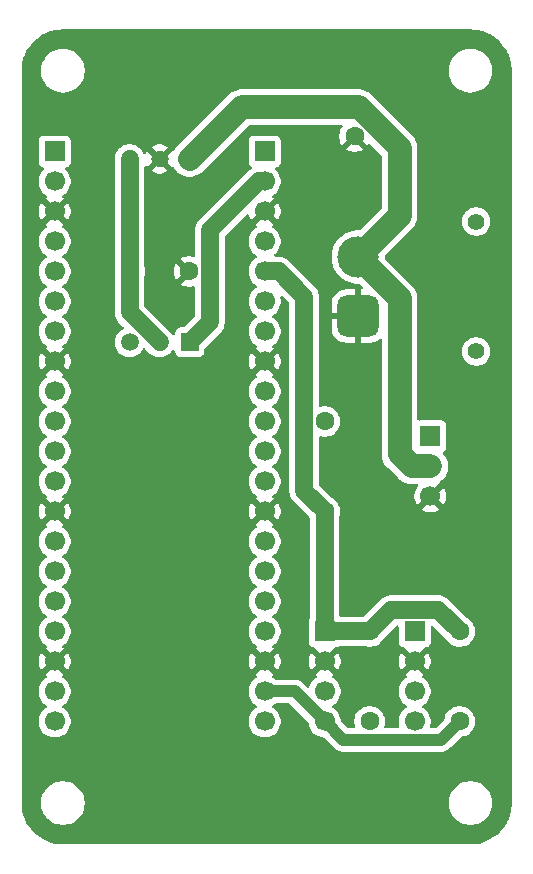
<source format=gbr>
%TF.GenerationSoftware,KiCad,Pcbnew,9.0.6*%
%TF.CreationDate,2025-12-26T01:32:08+09:00*%
%TF.ProjectId,PicomniRover,5069636f-6d6e-4695-926f-7665722e6b69,rev?*%
%TF.SameCoordinates,Original*%
%TF.FileFunction,Copper,L2,Bot*%
%TF.FilePolarity,Positive*%
%FSLAX46Y46*%
G04 Gerber Fmt 4.6, Leading zero omitted, Abs format (unit mm)*
G04 Created by KiCad (PCBNEW 9.0.6) date 2025-12-26 01:32:08*
%MOMM*%
%LPD*%
G01*
G04 APERTURE LIST*
G04 Aperture macros list*
%AMRoundRect*
0 Rectangle with rounded corners*
0 $1 Rounding radius*
0 $2 $3 $4 $5 $6 $7 $8 $9 X,Y pos of 4 corners*
0 Add a 4 corners polygon primitive as box body*
4,1,4,$2,$3,$4,$5,$6,$7,$8,$9,$2,$3,0*
0 Add four circle primitives for the rounded corners*
1,1,$1+$1,$2,$3*
1,1,$1+$1,$4,$5*
1,1,$1+$1,$6,$7*
1,1,$1+$1,$8,$9*
0 Add four rect primitives between the rounded corners*
20,1,$1+$1,$2,$3,$4,$5,0*
20,1,$1+$1,$4,$5,$6,$7,0*
20,1,$1+$1,$6,$7,$8,$9,0*
20,1,$1+$1,$8,$9,$2,$3,0*%
G04 Aperture macros list end*
%TA.AperFunction,ComponentPad*%
%ADD10R,1.700000X1.700000*%
%TD*%
%TA.AperFunction,ComponentPad*%
%ADD11C,1.700000*%
%TD*%
%TA.AperFunction,ComponentPad*%
%ADD12R,1.500000X1.500000*%
%TD*%
%TA.AperFunction,ComponentPad*%
%ADD13C,1.500000*%
%TD*%
%TA.AperFunction,ComponentPad*%
%ADD14C,1.600000*%
%TD*%
%TA.AperFunction,ComponentPad*%
%ADD15R,1.462000X1.462000*%
%TD*%
%TA.AperFunction,ComponentPad*%
%ADD16C,1.462000*%
%TD*%
%TA.AperFunction,ComponentPad*%
%ADD17RoundRect,0.250000X-0.550000X0.550000X-0.550000X-0.550000X0.550000X-0.550000X0.550000X0.550000X0*%
%TD*%
%TA.AperFunction,ComponentPad*%
%ADD18C,1.400000*%
%TD*%
%TA.AperFunction,ComponentPad*%
%ADD19RoundRect,0.770000X-0.980000X0.980000X-0.980000X-0.980000X0.980000X-0.980000X0.980000X0.980000X0*%
%TD*%
%TA.AperFunction,ComponentPad*%
%ADD20C,3.500000*%
%TD*%
%TA.AperFunction,ViaPad*%
%ADD21C,0.600000*%
%TD*%
%TA.AperFunction,Conductor*%
%ADD22C,1.500000*%
%TD*%
%TA.AperFunction,Conductor*%
%ADD23C,1.000000*%
%TD*%
%TA.AperFunction,Conductor*%
%ADD24C,2.000000*%
%TD*%
G04 APERTURE END LIST*
D10*
%TO.P,J5,1,Pin_1*%
%TO.N,/GP27*%
X82615000Y-77460000D03*
D11*
%TO.P,J5,2,Pin_2*%
%TO.N,+BATT*%
X82615000Y-80000000D03*
%TO.P,J5,3,Pin_3*%
%TO.N,GND*%
X82615000Y-82540000D03*
%TD*%
D10*
%TO.P,J4,1,Pin_1*%
%TO.N,unconnected-(J4-Pin_1-Pad1)*%
X81280000Y-93980000D03*
D11*
%TO.P,J4,2,Pin_2*%
%TO.N,GND*%
X81280000Y-96520000D03*
%TO.P,J4,3,Pin_3*%
%TO.N,unconnected-(J4-Pin_3-Pad3)*%
X81280000Y-99060000D03*
%TO.P,J4,4,Pin_4*%
%TO.N,unconnected-(J4-Pin_4-Pad4)*%
X81280000Y-101600000D03*
%TD*%
D12*
%TO.P,Q1,1,S*%
%TO.N,/VSYS*%
X62230000Y-69490000D03*
D13*
%TO.P,Q1,2,D*%
%TO.N,+3.3V*%
X59690000Y-69490000D03*
%TO.P,Q1,3,G*%
%TO.N,/VBUS*%
X57150000Y-69490000D03*
%TD*%
D14*
%TO.P,R1,1*%
%TO.N,/SDA*%
X77470000Y-101600000D03*
%TO.P,R1,2*%
%TO.N,+3V3*%
X77470000Y-93980000D03*
%TD*%
%TO.P,R3,1*%
%TO.N,+3V3*%
X73660000Y-83820000D03*
%TO.P,R3,2*%
%TO.N,/GP27*%
X73660000Y-76200000D03*
%TD*%
D10*
%TO.P,J1,1,Pin_1*%
%TO.N,unconnected-(J1-Pin_1-Pad1)*%
X50800000Y-53340000D03*
D11*
%TO.P,J1,2,Pin_2*%
%TO.N,unconnected-(J1-Pin_2-Pad2)*%
X50800000Y-55880000D03*
%TO.P,J1,3,Pin_3*%
%TO.N,GND*%
X50800000Y-58420000D03*
%TO.P,J1,4,Pin_4*%
%TO.N,unconnected-(J1-Pin_4-Pad4)*%
X50800000Y-60960000D03*
%TO.P,J1,5,Pin_5*%
%TO.N,unconnected-(J1-Pin_5-Pad5)*%
X50800000Y-63500000D03*
%TO.P,J1,6,Pin_6*%
%TO.N,unconnected-(J1-Pin_6-Pad6)*%
X50800000Y-66040000D03*
%TO.P,J1,7,Pin_7*%
%TO.N,unconnected-(J1-Pin_7-Pad7)*%
X50800000Y-68580000D03*
%TO.P,J1,8,Pin_8*%
%TO.N,GND*%
X50800000Y-71120000D03*
%TO.P,J1,9,Pin_9*%
%TO.N,unconnected-(J1-Pin_9-Pad9)*%
X50800000Y-73660000D03*
%TO.P,J1,10,Pin_10*%
%TO.N,unconnected-(J1-Pin_10-Pad10)*%
X50800000Y-76200000D03*
%TO.P,J1,11,Pin_11*%
%TO.N,unconnected-(J1-Pin_11-Pad11)*%
X50800000Y-78740000D03*
%TO.P,J1,12,Pin_12*%
%TO.N,unconnected-(J1-Pin_12-Pad12)*%
X50800000Y-81280000D03*
%TO.P,J1,13,Pin_13*%
%TO.N,GND*%
X50800000Y-83820000D03*
%TO.P,J1,14,Pin_14*%
%TO.N,unconnected-(J1-Pin_14-Pad14)*%
X50800000Y-86360000D03*
%TO.P,J1,15,Pin_15*%
%TO.N,unconnected-(J1-Pin_15-Pad15)*%
X50800000Y-88900000D03*
%TO.P,J1,16,Pin_16*%
%TO.N,unconnected-(J1-Pin_16-Pad16)*%
X50800000Y-91440000D03*
%TO.P,J1,17,Pin_17*%
%TO.N,unconnected-(J1-Pin_17-Pad17)*%
X50800000Y-93980000D03*
%TO.P,J1,18,Pin_18*%
%TO.N,GND*%
X50800000Y-96520000D03*
%TO.P,J1,19,Pin_19*%
%TO.N,unconnected-(J1-Pin_19-Pad19)*%
X50800000Y-99060000D03*
%TO.P,J1,20,Pin_20*%
%TO.N,unconnected-(J1-Pin_20-Pad20)*%
X50800000Y-101600000D03*
%TD*%
D10*
%TO.P,J3,1,Pin_1*%
%TO.N,+3V3*%
X73660000Y-93980000D03*
D11*
%TO.P,J3,2,Pin_2*%
%TO.N,GND*%
X73660000Y-96520000D03*
%TO.P,J3,3,Pin_3*%
%TO.N,/SDA*%
X73660000Y-99060000D03*
%TO.P,J3,4,Pin_4*%
%TO.N,/SCL*%
X73660000Y-101600000D03*
%TD*%
D15*
%TO.P,PS1,1,+VIN*%
%TO.N,+BATT*%
X62230000Y-53975000D03*
D16*
%TO.P,PS1,2,GND*%
%TO.N,GND*%
X59690000Y-53975000D03*
%TO.P,PS1,3,+VOUT*%
%TO.N,+3.3V*%
X57150000Y-53975000D03*
%TD*%
D14*
%TO.P,C1,1*%
%TO.N,+3.3V*%
X57190000Y-63500000D03*
%TO.P,C1,2*%
%TO.N,GND*%
X62190000Y-63500000D03*
%TD*%
D10*
%TO.P,J2,1,Pin_1*%
%TO.N,/VBUS*%
X68580000Y-53340000D03*
D11*
%TO.P,J2,2,Pin_2*%
%TO.N,/VSYS*%
X68580000Y-55880000D03*
%TO.P,J2,3,Pin_3*%
%TO.N,GND*%
X68580000Y-58420000D03*
%TO.P,J2,4,Pin_4*%
%TO.N,unconnected-(J2-Pin_4-Pad4)*%
X68580000Y-60960000D03*
%TO.P,J2,5,Pin_5*%
%TO.N,+3V3*%
X68580000Y-63500000D03*
%TO.P,J2,6,Pin_6*%
%TO.N,unconnected-(J2-Pin_6-Pad6)*%
X68580000Y-66040000D03*
%TO.P,J2,7,Pin_7*%
%TO.N,unconnected-(J2-Pin_7-Pad7)*%
X68580000Y-68580000D03*
%TO.P,J2,8,Pin_8*%
%TO.N,GND*%
X68580000Y-71120000D03*
%TO.P,J2,9,Pin_9*%
%TO.N,/GP27*%
X68580000Y-73660000D03*
%TO.P,J2,10,Pin_10*%
%TO.N,unconnected-(J2-Pin_10-Pad10)*%
X68580000Y-76200000D03*
%TO.P,J2,11,Pin_11*%
%TO.N,unconnected-(J2-Pin_11-Pad11)*%
X68580000Y-78740000D03*
%TO.P,J2,12,Pin_12*%
%TO.N,unconnected-(J2-Pin_12-Pad12)*%
X68580000Y-81280000D03*
%TO.P,J2,13,Pin_13*%
%TO.N,GND*%
X68580000Y-83820000D03*
%TO.P,J2,14,Pin_14*%
%TO.N,unconnected-(J2-Pin_14-Pad14)*%
X68580000Y-86360000D03*
%TO.P,J2,15,Pin_15*%
%TO.N,unconnected-(J2-Pin_15-Pad15)*%
X68580000Y-88900000D03*
%TO.P,J2,16,Pin_16*%
%TO.N,unconnected-(J2-Pin_16-Pad16)*%
X68580000Y-91440000D03*
%TO.P,J2,17,Pin_17*%
%TO.N,unconnected-(J2-Pin_17-Pad17)*%
X68580000Y-93980000D03*
%TO.P,J2,18,Pin_18*%
%TO.N,GND*%
X68580000Y-96520000D03*
%TO.P,J2,19,Pin_19*%
%TO.N,/SCL*%
X68580000Y-99060000D03*
%TO.P,J2,20,Pin_20*%
%TO.N,/SDA*%
X68580000Y-101600000D03*
%TD*%
D17*
%TO.P,C2,1*%
%TO.N,+BATT*%
X76200000Y-49570000D03*
D14*
%TO.P,C2,2*%
%TO.N,GND*%
X76200000Y-52070000D03*
%TD*%
%TO.P,R2,1*%
%TO.N,/SCL*%
X85090000Y-101600000D03*
%TO.P,R2,2*%
%TO.N,+3V3*%
X85090000Y-93980000D03*
%TD*%
D18*
%TO.P,J6,*%
%TO.N,*%
X86500000Y-59270000D03*
X86500000Y-70270000D03*
D19*
%TO.P,J6,1,Pin_1*%
%TO.N,GND*%
X76500000Y-67270000D03*
D20*
%TO.P,J6,2,Pin_2*%
%TO.N,+BATT*%
X76500000Y-62270000D03*
%TD*%
D21*
%TO.N,GND*%
X66040000Y-91440000D03*
X76200000Y-55880000D03*
X66040000Y-45720000D03*
X60960000Y-86360000D03*
X55880000Y-45720000D03*
X60960000Y-101600000D03*
X76200000Y-91440000D03*
X81280000Y-106680000D03*
X76200000Y-106680000D03*
X81280000Y-86360000D03*
X60960000Y-76200000D03*
X60960000Y-45720000D03*
X76200000Y-81280000D03*
X71120000Y-55880000D03*
X60960000Y-81280000D03*
X66040000Y-81280000D03*
X86360000Y-55880000D03*
X60960000Y-91440000D03*
X86360000Y-50800000D03*
X86360000Y-86360000D03*
X66040000Y-76200000D03*
X55880000Y-91440000D03*
X71120000Y-106680000D03*
X55880000Y-96520000D03*
X76200000Y-45720000D03*
X66040000Y-96520000D03*
X86360000Y-91440000D03*
X66040000Y-106680000D03*
X76200000Y-86360000D03*
X55880000Y-101600000D03*
X55880000Y-106680000D03*
X55880000Y-86360000D03*
X71120000Y-45720000D03*
X60960000Y-96520000D03*
X66040000Y-101600000D03*
X55880000Y-81280000D03*
X55880000Y-76200000D03*
X66040000Y-86360000D03*
X81280000Y-45720000D03*
X60960000Y-106680000D03*
%TD*%
D22*
%TO.N,+3V3*%
X73660000Y-93980000D02*
X77470000Y-93980000D01*
X71909000Y-65626919D02*
X71909000Y-82069000D01*
X68580000Y-63500000D02*
X69782081Y-63500000D01*
X77470000Y-93980000D02*
X79271000Y-92179000D01*
X71909000Y-82069000D02*
X73660000Y-83820000D01*
X69782081Y-63500000D02*
X71909000Y-65626919D01*
X79271000Y-92179000D02*
X83289000Y-92179000D01*
X73660000Y-83820000D02*
X73660000Y-93980000D01*
X83289000Y-92179000D02*
X85090000Y-93980000D01*
D23*
%TO.N,/SCL*%
X75211000Y-103151000D02*
X83539000Y-103151000D01*
X68580000Y-99060000D02*
X71120000Y-99060000D01*
X83539000Y-103151000D02*
X85090000Y-101600000D01*
X71120000Y-99060000D02*
X73660000Y-101600000D01*
X73660000Y-101600000D02*
X75211000Y-103151000D01*
D22*
%TO.N,+3.3V*%
X57150000Y-53975000D02*
X57150000Y-66950000D01*
X57150000Y-66950000D02*
X59690000Y-69490000D01*
D24*
%TO.N,+BATT*%
X76200000Y-49570000D02*
X76529842Y-49570000D01*
X76529842Y-49570000D02*
X80010000Y-53050158D01*
X80010000Y-65780000D02*
X80010000Y-78994000D01*
X80047000Y-78994000D02*
X81053000Y-80000000D01*
X66635000Y-49570000D02*
X76200000Y-49570000D01*
X81053000Y-80000000D02*
X82615000Y-80000000D01*
X80010000Y-53050158D02*
X80010000Y-58760000D01*
X62230000Y-53975000D02*
X66635000Y-49570000D01*
X80010000Y-58760000D02*
X76500000Y-62270000D01*
X80010000Y-78994000D02*
X80047000Y-78994000D01*
X76500000Y-62270000D02*
X80010000Y-65780000D01*
D22*
%TO.N,/VSYS*%
X68072000Y-55880000D02*
X68580000Y-55880000D01*
X62230000Y-69490000D02*
X63941000Y-67779000D01*
X63941000Y-60011000D02*
X68072000Y-55880000D01*
X63941000Y-67779000D02*
X63941000Y-60011000D01*
%TD*%
%TA.AperFunction,Conductor*%
%TO.N,GND*%
G36*
X79848834Y-93472153D02*
G01*
X79904767Y-93514025D01*
X79929184Y-93579489D01*
X79929500Y-93588335D01*
X79929500Y-94877870D01*
X79929501Y-94877876D01*
X79935908Y-94937483D01*
X79986202Y-95072328D01*
X79986206Y-95072335D01*
X80072452Y-95187544D01*
X80072455Y-95187547D01*
X80187664Y-95273793D01*
X80187671Y-95273797D01*
X80205643Y-95280500D01*
X80322517Y-95324091D01*
X80382127Y-95330500D01*
X80392685Y-95330499D01*
X80459723Y-95350179D01*
X80480372Y-95366818D01*
X81150591Y-96037037D01*
X81087007Y-96054075D01*
X80972993Y-96119901D01*
X80879901Y-96212993D01*
X80814075Y-96327007D01*
X80797037Y-96390591D01*
X80164728Y-95758282D01*
X80164727Y-95758282D01*
X80125380Y-95812439D01*
X80028904Y-96001782D01*
X79963242Y-96203869D01*
X79963242Y-96203872D01*
X79930000Y-96413753D01*
X79930000Y-96626246D01*
X79963242Y-96836127D01*
X79963242Y-96836130D01*
X80028904Y-97038217D01*
X80125375Y-97227550D01*
X80164728Y-97281716D01*
X80797037Y-96649408D01*
X80814075Y-96712993D01*
X80879901Y-96827007D01*
X80972993Y-96920099D01*
X81087007Y-96985925D01*
X81150590Y-97002962D01*
X80518282Y-97635269D01*
X80518282Y-97635270D01*
X80572452Y-97674626D01*
X80572451Y-97674626D01*
X80581495Y-97679234D01*
X80632292Y-97727208D01*
X80649087Y-97795029D01*
X80626550Y-97861164D01*
X80581499Y-97900202D01*
X80572182Y-97904949D01*
X80400213Y-98029890D01*
X80249890Y-98180213D01*
X80124951Y-98352179D01*
X80028444Y-98541585D01*
X79962753Y-98743760D01*
X79929500Y-98953713D01*
X79929500Y-99166286D01*
X79962753Y-99376239D01*
X80028444Y-99578414D01*
X80124951Y-99767820D01*
X80249890Y-99939786D01*
X80400213Y-100090109D01*
X80572182Y-100215050D01*
X80580946Y-100219516D01*
X80631742Y-100267491D01*
X80648536Y-100335312D01*
X80625998Y-100401447D01*
X80580946Y-100440484D01*
X80572182Y-100444949D01*
X80400213Y-100569890D01*
X80249890Y-100720213D01*
X80124951Y-100892179D01*
X80028444Y-101081585D01*
X79962753Y-101283760D01*
X79960899Y-101295466D01*
X79929500Y-101493713D01*
X79929500Y-101706287D01*
X79962754Y-101916243D01*
X79986128Y-101988181D01*
X79986129Y-101988182D01*
X79988124Y-102058023D01*
X79952044Y-102117856D01*
X79889343Y-102148684D01*
X79868198Y-102150500D01*
X78829229Y-102150500D01*
X78762190Y-102130815D01*
X78716435Y-102078011D01*
X78706491Y-102008853D01*
X78711298Y-101988181D01*
X78734673Y-101916243D01*
X78738477Y-101904534D01*
X78770500Y-101702352D01*
X78770500Y-101497648D01*
X78738477Y-101295466D01*
X78734673Y-101283760D01*
X78675218Y-101100776D01*
X78641503Y-101034607D01*
X78582287Y-100918390D01*
X78574556Y-100907749D01*
X78461971Y-100752786D01*
X78317213Y-100608028D01*
X78151613Y-100487715D01*
X78151612Y-100487714D01*
X78151610Y-100487713D01*
X78067681Y-100444949D01*
X77969223Y-100394781D01*
X77774534Y-100331522D01*
X77599995Y-100303878D01*
X77572352Y-100299500D01*
X77367648Y-100299500D01*
X77343329Y-100303351D01*
X77165465Y-100331522D01*
X76970776Y-100394781D01*
X76788386Y-100487715D01*
X76622786Y-100608028D01*
X76478028Y-100752786D01*
X76357715Y-100918386D01*
X76264781Y-101100776D01*
X76201522Y-101295465D01*
X76169500Y-101497648D01*
X76169500Y-101702351D01*
X76201522Y-101904534D01*
X76228702Y-101988181D01*
X76230697Y-102058022D01*
X76194617Y-102117855D01*
X76131917Y-102148684D01*
X76110771Y-102150500D01*
X75676782Y-102150500D01*
X75609743Y-102130815D01*
X75589101Y-102114181D01*
X75046423Y-101571503D01*
X75012938Y-101510180D01*
X75010657Y-101494708D01*
X75010500Y-101493716D01*
X75010500Y-101493713D01*
X74977246Y-101283757D01*
X74911557Y-101081588D01*
X74815051Y-100892184D01*
X74815049Y-100892181D01*
X74815048Y-100892179D01*
X74690109Y-100720213D01*
X74539786Y-100569890D01*
X74367820Y-100444951D01*
X74367115Y-100444591D01*
X74359054Y-100440485D01*
X74308259Y-100392512D01*
X74291463Y-100324692D01*
X74313999Y-100258556D01*
X74359054Y-100219515D01*
X74367816Y-100215051D01*
X74530550Y-100096819D01*
X74539786Y-100090109D01*
X74539788Y-100090106D01*
X74539792Y-100090104D01*
X74690104Y-99939792D01*
X74690106Y-99939788D01*
X74690109Y-99939786D01*
X74815048Y-99767820D01*
X74815047Y-99767820D01*
X74815051Y-99767816D01*
X74911557Y-99578412D01*
X74977246Y-99376243D01*
X75010500Y-99166287D01*
X75010500Y-98953713D01*
X74977246Y-98743757D01*
X74911557Y-98541588D01*
X74815051Y-98352184D01*
X74815049Y-98352181D01*
X74815048Y-98352179D01*
X74690109Y-98180213D01*
X74539786Y-98029890D01*
X74367817Y-97904949D01*
X74358504Y-97900204D01*
X74307707Y-97852230D01*
X74290912Y-97784409D01*
X74313449Y-97718274D01*
X74358507Y-97679232D01*
X74367555Y-97674622D01*
X74421716Y-97635270D01*
X74421717Y-97635270D01*
X73789408Y-97002962D01*
X73852993Y-96985925D01*
X73967007Y-96920099D01*
X74060099Y-96827007D01*
X74125925Y-96712993D01*
X74142962Y-96649408D01*
X74775270Y-97281717D01*
X74775270Y-97281716D01*
X74814622Y-97227554D01*
X74911095Y-97038217D01*
X74976757Y-96836130D01*
X74976757Y-96836127D01*
X75010000Y-96626246D01*
X75010000Y-96413753D01*
X74976757Y-96203872D01*
X74976757Y-96203869D01*
X74911095Y-96001782D01*
X74814624Y-95812449D01*
X74775270Y-95758282D01*
X74775269Y-95758282D01*
X74142962Y-96390590D01*
X74125925Y-96327007D01*
X74060099Y-96212993D01*
X73967007Y-96119901D01*
X73852993Y-96054075D01*
X73789409Y-96037037D01*
X74459627Y-95366818D01*
X74520950Y-95333333D01*
X74547307Y-95330499D01*
X74557872Y-95330499D01*
X74617483Y-95324091D01*
X74752331Y-95273796D01*
X74777128Y-95255233D01*
X74842592Y-95230816D01*
X74851439Y-95230500D01*
X77090498Y-95230500D01*
X77128816Y-95236569D01*
X77142260Y-95240937D01*
X77165466Y-95248477D01*
X77367648Y-95280500D01*
X77367649Y-95280500D01*
X77572351Y-95280500D01*
X77572352Y-95280500D01*
X77774534Y-95248477D01*
X77969219Y-95185220D01*
X78151610Y-95092287D01*
X78264726Y-95010104D01*
X78317213Y-94971971D01*
X78317215Y-94971968D01*
X78317219Y-94971966D01*
X78461966Y-94827219D01*
X78582287Y-94661610D01*
X78599783Y-94627272D01*
X78622582Y-94595890D01*
X79717821Y-93500652D01*
X79779142Y-93467169D01*
X79848834Y-93472153D01*
G37*
%TD.AperFunction*%
%TA.AperFunction,Conductor*%
G36*
X70059346Y-65558615D02*
G01*
X70098762Y-65585155D01*
X70622181Y-66108574D01*
X70655666Y-66169897D01*
X70658500Y-66196255D01*
X70658500Y-82167422D01*
X70689290Y-82361826D01*
X70750117Y-82549030D01*
X70829450Y-82704728D01*
X70839476Y-82724405D01*
X70955172Y-82883646D01*
X70955174Y-82883648D01*
X72373181Y-84301655D01*
X72406666Y-84362978D01*
X72409500Y-84389336D01*
X72409500Y-92788561D01*
X72389815Y-92855600D01*
X72384767Y-92862872D01*
X72366204Y-92887668D01*
X72366202Y-92887671D01*
X72315908Y-93022517D01*
X72309501Y-93082116D01*
X72309500Y-93082135D01*
X72309500Y-94877870D01*
X72309501Y-94877876D01*
X72315908Y-94937483D01*
X72366202Y-95072328D01*
X72366206Y-95072335D01*
X72452452Y-95187544D01*
X72452455Y-95187547D01*
X72567664Y-95273793D01*
X72567671Y-95273797D01*
X72585643Y-95280500D01*
X72702517Y-95324091D01*
X72762127Y-95330500D01*
X72772685Y-95330499D01*
X72839723Y-95350179D01*
X72860372Y-95366818D01*
X73530591Y-96037037D01*
X73467007Y-96054075D01*
X73352993Y-96119901D01*
X73259901Y-96212993D01*
X73194075Y-96327007D01*
X73177037Y-96390591D01*
X72544728Y-95758282D01*
X72544727Y-95758282D01*
X72505380Y-95812439D01*
X72408904Y-96001782D01*
X72343242Y-96203869D01*
X72343242Y-96203872D01*
X72310000Y-96413753D01*
X72310000Y-96626246D01*
X72343242Y-96836127D01*
X72343242Y-96836130D01*
X72408904Y-97038217D01*
X72505375Y-97227550D01*
X72544728Y-97281716D01*
X73177037Y-96649408D01*
X73194075Y-96712993D01*
X73259901Y-96827007D01*
X73352993Y-96920099D01*
X73467007Y-96985925D01*
X73530590Y-97002962D01*
X72898282Y-97635269D01*
X72898282Y-97635270D01*
X72952452Y-97674626D01*
X72952451Y-97674626D01*
X72961495Y-97679234D01*
X73012292Y-97727208D01*
X73029087Y-97795029D01*
X73006550Y-97861164D01*
X72961499Y-97900202D01*
X72952182Y-97904949D01*
X72780213Y-98029890D01*
X72629890Y-98180213D01*
X72504951Y-98352179D01*
X72408444Y-98541583D01*
X72374855Y-98644960D01*
X72335417Y-98702635D01*
X72271058Y-98729833D01*
X72202212Y-98717918D01*
X72169243Y-98694322D01*
X71904209Y-98429289D01*
X71904206Y-98429285D01*
X71904206Y-98429286D01*
X71897139Y-98422219D01*
X71897139Y-98422218D01*
X71757782Y-98282861D01*
X71757781Y-98282860D01*
X71757780Y-98282859D01*
X71593920Y-98173371D01*
X71593911Y-98173366D01*
X71521315Y-98143296D01*
X71465165Y-98120038D01*
X71411836Y-98097949D01*
X71411832Y-98097948D01*
X71411828Y-98097946D01*
X71315188Y-98078724D01*
X71218544Y-98059500D01*
X71218541Y-98059500D01*
X69540200Y-98059500D01*
X69473161Y-98039815D01*
X69460634Y-98030506D01*
X69287817Y-97904949D01*
X69278504Y-97900204D01*
X69227707Y-97852230D01*
X69210912Y-97784409D01*
X69233449Y-97718274D01*
X69278507Y-97679232D01*
X69287555Y-97674622D01*
X69341716Y-97635270D01*
X69341717Y-97635270D01*
X68709408Y-97002962D01*
X68772993Y-96985925D01*
X68887007Y-96920099D01*
X68980099Y-96827007D01*
X69045925Y-96712993D01*
X69062962Y-96649408D01*
X69695270Y-97281717D01*
X69695270Y-97281716D01*
X69734622Y-97227554D01*
X69831095Y-97038217D01*
X69896757Y-96836130D01*
X69896757Y-96836127D01*
X69930000Y-96626246D01*
X69930000Y-96413753D01*
X69896757Y-96203872D01*
X69896757Y-96203869D01*
X69831095Y-96001782D01*
X69734624Y-95812449D01*
X69695270Y-95758282D01*
X69695269Y-95758282D01*
X69062962Y-96390590D01*
X69045925Y-96327007D01*
X68980099Y-96212993D01*
X68887007Y-96119901D01*
X68772993Y-96054075D01*
X68709409Y-96037037D01*
X69341716Y-95404728D01*
X69287547Y-95365373D01*
X69287547Y-95365372D01*
X69278500Y-95360763D01*
X69227706Y-95312788D01*
X69210912Y-95244966D01*
X69233451Y-95178832D01*
X69278508Y-95139793D01*
X69287816Y-95135051D01*
X69374147Y-95072328D01*
X69459786Y-95010109D01*
X69459788Y-95010106D01*
X69459792Y-95010104D01*
X69610104Y-94859792D01*
X69610106Y-94859788D01*
X69610109Y-94859786D01*
X69735048Y-94687820D01*
X69735047Y-94687820D01*
X69735051Y-94687816D01*
X69831557Y-94498412D01*
X69897246Y-94296243D01*
X69930500Y-94086287D01*
X69930500Y-93873713D01*
X69897246Y-93663757D01*
X69831557Y-93461588D01*
X69735051Y-93272184D01*
X69735049Y-93272181D01*
X69735048Y-93272179D01*
X69610109Y-93100213D01*
X69459786Y-92949890D01*
X69287820Y-92824951D01*
X69287115Y-92824591D01*
X69279054Y-92820485D01*
X69228259Y-92772512D01*
X69211463Y-92704692D01*
X69233999Y-92638556D01*
X69279054Y-92599515D01*
X69287816Y-92595051D01*
X69309789Y-92579086D01*
X69459786Y-92470109D01*
X69459788Y-92470106D01*
X69459792Y-92470104D01*
X69610104Y-92319792D01*
X69610106Y-92319788D01*
X69610109Y-92319786D01*
X69735048Y-92147820D01*
X69735047Y-92147820D01*
X69735051Y-92147816D01*
X69831557Y-91958412D01*
X69897246Y-91756243D01*
X69930500Y-91546287D01*
X69930500Y-91333713D01*
X69897246Y-91123757D01*
X69831557Y-90921588D01*
X69735051Y-90732184D01*
X69735049Y-90732181D01*
X69735048Y-90732179D01*
X69610109Y-90560213D01*
X69459786Y-90409890D01*
X69287820Y-90284951D01*
X69287115Y-90284591D01*
X69279054Y-90280485D01*
X69228259Y-90232512D01*
X69211463Y-90164692D01*
X69233999Y-90098556D01*
X69279054Y-90059515D01*
X69287816Y-90055051D01*
X69309789Y-90039086D01*
X69459786Y-89930109D01*
X69459788Y-89930106D01*
X69459792Y-89930104D01*
X69610104Y-89779792D01*
X69610106Y-89779788D01*
X69610109Y-89779786D01*
X69735048Y-89607820D01*
X69735047Y-89607820D01*
X69735051Y-89607816D01*
X69831557Y-89418412D01*
X69897246Y-89216243D01*
X69930500Y-89006287D01*
X69930500Y-88793713D01*
X69897246Y-88583757D01*
X69831557Y-88381588D01*
X69735051Y-88192184D01*
X69735049Y-88192181D01*
X69735048Y-88192179D01*
X69610109Y-88020213D01*
X69459786Y-87869890D01*
X69287820Y-87744951D01*
X69287115Y-87744591D01*
X69279054Y-87740485D01*
X69228259Y-87692512D01*
X69211463Y-87624692D01*
X69233999Y-87558556D01*
X69279054Y-87519515D01*
X69287816Y-87515051D01*
X69309789Y-87499086D01*
X69459786Y-87390109D01*
X69459788Y-87390106D01*
X69459792Y-87390104D01*
X69610104Y-87239792D01*
X69610106Y-87239788D01*
X69610109Y-87239786D01*
X69735048Y-87067820D01*
X69735047Y-87067820D01*
X69735051Y-87067816D01*
X69831557Y-86878412D01*
X69897246Y-86676243D01*
X69930500Y-86466287D01*
X69930500Y-86253713D01*
X69897246Y-86043757D01*
X69831557Y-85841588D01*
X69735051Y-85652184D01*
X69735049Y-85652181D01*
X69735048Y-85652179D01*
X69610109Y-85480213D01*
X69459786Y-85329890D01*
X69287817Y-85204949D01*
X69278504Y-85200204D01*
X69227707Y-85152230D01*
X69210912Y-85084409D01*
X69233449Y-85018274D01*
X69278507Y-84979232D01*
X69287555Y-84974622D01*
X69341716Y-84935270D01*
X69341717Y-84935270D01*
X68709408Y-84302962D01*
X68772993Y-84285925D01*
X68887007Y-84220099D01*
X68980099Y-84127007D01*
X69045925Y-84012993D01*
X69062962Y-83949408D01*
X69695270Y-84581717D01*
X69695270Y-84581716D01*
X69734622Y-84527554D01*
X69831095Y-84338217D01*
X69896757Y-84136130D01*
X69896757Y-84136127D01*
X69930000Y-83926246D01*
X69930000Y-83713753D01*
X69896757Y-83503872D01*
X69896757Y-83503869D01*
X69831095Y-83301782D01*
X69734624Y-83112449D01*
X69695270Y-83058282D01*
X69695269Y-83058282D01*
X69062962Y-83690590D01*
X69045925Y-83627007D01*
X68980099Y-83512993D01*
X68887007Y-83419901D01*
X68772993Y-83354075D01*
X68709409Y-83337037D01*
X69341716Y-82704728D01*
X69287547Y-82665373D01*
X69287547Y-82665372D01*
X69278500Y-82660763D01*
X69227706Y-82612788D01*
X69210912Y-82544966D01*
X69233451Y-82478832D01*
X69278508Y-82439793D01*
X69287816Y-82435051D01*
X69367007Y-82377515D01*
X69459786Y-82310109D01*
X69459788Y-82310106D01*
X69459792Y-82310104D01*
X69610104Y-82159792D01*
X69610106Y-82159788D01*
X69610109Y-82159786D01*
X69735048Y-81987820D01*
X69735047Y-81987820D01*
X69735051Y-81987816D01*
X69831557Y-81798412D01*
X69897246Y-81596243D01*
X69930500Y-81386287D01*
X69930500Y-81173713D01*
X69897246Y-80963757D01*
X69831557Y-80761588D01*
X69735051Y-80572184D01*
X69735049Y-80572181D01*
X69735048Y-80572179D01*
X69610109Y-80400213D01*
X69459786Y-80249890D01*
X69287820Y-80124951D01*
X69287115Y-80124591D01*
X69279054Y-80120485D01*
X69228259Y-80072512D01*
X69211463Y-80004692D01*
X69233999Y-79938556D01*
X69279054Y-79899515D01*
X69287816Y-79895051D01*
X69309789Y-79879086D01*
X69459786Y-79770109D01*
X69459788Y-79770106D01*
X69459792Y-79770104D01*
X69610104Y-79619792D01*
X69610106Y-79619788D01*
X69610109Y-79619786D01*
X69735048Y-79447820D01*
X69735047Y-79447820D01*
X69735051Y-79447816D01*
X69831557Y-79258412D01*
X69897246Y-79056243D01*
X69930500Y-78846287D01*
X69930500Y-78633713D01*
X69897246Y-78423757D01*
X69831557Y-78221588D01*
X69735051Y-78032184D01*
X69735049Y-78032181D01*
X69735048Y-78032179D01*
X69610109Y-77860213D01*
X69459786Y-77709890D01*
X69287820Y-77584951D01*
X69287115Y-77584591D01*
X69279054Y-77580485D01*
X69228259Y-77532512D01*
X69211463Y-77464692D01*
X69233999Y-77398556D01*
X69279054Y-77359515D01*
X69287816Y-77355051D01*
X69346680Y-77312284D01*
X69459786Y-77230109D01*
X69459788Y-77230106D01*
X69459792Y-77230104D01*
X69610104Y-77079792D01*
X69610106Y-77079788D01*
X69610109Y-77079786D01*
X69735048Y-76907820D01*
X69735047Y-76907820D01*
X69735051Y-76907816D01*
X69831557Y-76718412D01*
X69897246Y-76516243D01*
X69930500Y-76306287D01*
X69930500Y-76093713D01*
X69897246Y-75883757D01*
X69831557Y-75681588D01*
X69735051Y-75492184D01*
X69735049Y-75492181D01*
X69735048Y-75492179D01*
X69610109Y-75320213D01*
X69459786Y-75169890D01*
X69287820Y-75044951D01*
X69287115Y-75044591D01*
X69279054Y-75040485D01*
X69228259Y-74992512D01*
X69211463Y-74924692D01*
X69233999Y-74858556D01*
X69279054Y-74819515D01*
X69287816Y-74815051D01*
X69309789Y-74799086D01*
X69459786Y-74690109D01*
X69459788Y-74690106D01*
X69459792Y-74690104D01*
X69610104Y-74539792D01*
X69610106Y-74539788D01*
X69610109Y-74539786D01*
X69735048Y-74367820D01*
X69735047Y-74367820D01*
X69735051Y-74367816D01*
X69831557Y-74178412D01*
X69897246Y-73976243D01*
X69930500Y-73766287D01*
X69930500Y-73553713D01*
X69897246Y-73343757D01*
X69831557Y-73141588D01*
X69735051Y-72952184D01*
X69735049Y-72952181D01*
X69735048Y-72952179D01*
X69610109Y-72780213D01*
X69459786Y-72629890D01*
X69287817Y-72504949D01*
X69278504Y-72500204D01*
X69227707Y-72452230D01*
X69210912Y-72384409D01*
X69233449Y-72318274D01*
X69278507Y-72279232D01*
X69287555Y-72274622D01*
X69341716Y-72235270D01*
X69341717Y-72235270D01*
X68709408Y-71602962D01*
X68772993Y-71585925D01*
X68887007Y-71520099D01*
X68980099Y-71427007D01*
X69045925Y-71312993D01*
X69062962Y-71249408D01*
X69695270Y-71881717D01*
X69695270Y-71881716D01*
X69734622Y-71827554D01*
X69831095Y-71638217D01*
X69896757Y-71436130D01*
X69896757Y-71436127D01*
X69930000Y-71226246D01*
X69930000Y-71013753D01*
X69896757Y-70803872D01*
X69896757Y-70803869D01*
X69831095Y-70601782D01*
X69734624Y-70412449D01*
X69695270Y-70358282D01*
X69695269Y-70358282D01*
X69062962Y-70990590D01*
X69045925Y-70927007D01*
X68980099Y-70812993D01*
X68887007Y-70719901D01*
X68772993Y-70654075D01*
X68709409Y-70637037D01*
X69341716Y-70004728D01*
X69287547Y-69965373D01*
X69287547Y-69965372D01*
X69278500Y-69960763D01*
X69227706Y-69912788D01*
X69210912Y-69844966D01*
X69233451Y-69778832D01*
X69278508Y-69739793D01*
X69287816Y-69735051D01*
X69417541Y-69640801D01*
X69459786Y-69610109D01*
X69459788Y-69610106D01*
X69459792Y-69610104D01*
X69610104Y-69459792D01*
X69610106Y-69459788D01*
X69610109Y-69459786D01*
X69735048Y-69287820D01*
X69735047Y-69287820D01*
X69735051Y-69287816D01*
X69831557Y-69098412D01*
X69897246Y-68896243D01*
X69930500Y-68686287D01*
X69930500Y-68473713D01*
X69897246Y-68263757D01*
X69831557Y-68061588D01*
X69735051Y-67872184D01*
X69735049Y-67872181D01*
X69735048Y-67872179D01*
X69610109Y-67700213D01*
X69459786Y-67549890D01*
X69287820Y-67424951D01*
X69287115Y-67424591D01*
X69279054Y-67420485D01*
X69228259Y-67372512D01*
X69211463Y-67304692D01*
X69233999Y-67238556D01*
X69279054Y-67199515D01*
X69287816Y-67195051D01*
X69313442Y-67176433D01*
X69459786Y-67070109D01*
X69459788Y-67070106D01*
X69459792Y-67070104D01*
X69610104Y-66919792D01*
X69610106Y-66919788D01*
X69610109Y-66919786D01*
X69735048Y-66747820D01*
X69735047Y-66747820D01*
X69735051Y-66747816D01*
X69831557Y-66558412D01*
X69897246Y-66356243D01*
X69930500Y-66146287D01*
X69930500Y-65933713D01*
X69897246Y-65723757D01*
X69893150Y-65711153D01*
X69891154Y-65641317D01*
X69927232Y-65581483D01*
X69989932Y-65550653D01*
X70059346Y-65558615D01*
G37*
%TD.AperFunction*%
%TA.AperFunction,Conductor*%
G36*
X86003032Y-43000648D02*
G01*
X86336929Y-43017052D01*
X86349037Y-43018245D01*
X86452146Y-43033539D01*
X86676699Y-43066849D01*
X86688617Y-43069219D01*
X87009951Y-43149709D01*
X87021588Y-43153240D01*
X87092806Y-43178722D01*
X87333467Y-43264832D01*
X87344688Y-43269479D01*
X87644163Y-43411120D01*
X87654871Y-43416844D01*
X87938988Y-43587137D01*
X87949106Y-43593897D01*
X88215170Y-43791224D01*
X88224576Y-43798944D01*
X88470013Y-44021395D01*
X88478604Y-44029986D01*
X88665755Y-44236475D01*
X88701055Y-44275423D01*
X88708775Y-44284829D01*
X88906102Y-44550893D01*
X88912862Y-44561011D01*
X89078149Y-44836777D01*
X89083148Y-44845116D01*
X89088883Y-44855844D01*
X89137229Y-44958064D01*
X89230514Y-45155297D01*
X89235170Y-45166540D01*
X89346759Y-45478411D01*
X89350292Y-45490055D01*
X89430777Y-45811369D01*
X89433151Y-45823305D01*
X89481754Y-46150962D01*
X89482947Y-46163071D01*
X89499351Y-46496966D01*
X89499500Y-46503051D01*
X89499500Y-108496948D01*
X89499351Y-108503033D01*
X89482947Y-108836928D01*
X89481754Y-108849037D01*
X89433151Y-109176694D01*
X89430777Y-109188630D01*
X89350292Y-109509944D01*
X89346759Y-109521588D01*
X89235170Y-109833459D01*
X89230514Y-109844702D01*
X89088885Y-110144151D01*
X89083148Y-110154883D01*
X88912862Y-110438988D01*
X88906102Y-110449106D01*
X88708775Y-110715170D01*
X88701055Y-110724576D01*
X88478611Y-110970006D01*
X88470006Y-110978611D01*
X88224576Y-111201055D01*
X88215170Y-111208775D01*
X87949106Y-111406102D01*
X87938988Y-111412862D01*
X87654883Y-111583148D01*
X87644151Y-111588885D01*
X87344702Y-111730514D01*
X87333459Y-111735170D01*
X87021588Y-111846759D01*
X87009944Y-111850292D01*
X86688630Y-111930777D01*
X86676694Y-111933151D01*
X86349037Y-111981754D01*
X86336928Y-111982947D01*
X86021989Y-111998419D01*
X86003031Y-111999351D01*
X85996949Y-111999500D01*
X51503051Y-111999500D01*
X51496968Y-111999351D01*
X51476900Y-111998365D01*
X51163071Y-111982947D01*
X51150962Y-111981754D01*
X50823305Y-111933151D01*
X50811369Y-111930777D01*
X50490055Y-111850292D01*
X50478411Y-111846759D01*
X50166540Y-111735170D01*
X50155301Y-111730515D01*
X49855844Y-111588883D01*
X49845121Y-111583150D01*
X49561011Y-111412862D01*
X49550893Y-111406102D01*
X49284829Y-111208775D01*
X49275423Y-111201055D01*
X49236475Y-111165755D01*
X49029986Y-110978604D01*
X49021395Y-110970013D01*
X48798944Y-110724576D01*
X48791224Y-110715170D01*
X48593897Y-110449106D01*
X48587137Y-110438988D01*
X48416844Y-110154871D01*
X48411120Y-110144163D01*
X48269479Y-109844688D01*
X48264829Y-109833459D01*
X48225212Y-109722738D01*
X48192902Y-109632438D01*
X48153240Y-109521588D01*
X48149707Y-109509944D01*
X48140958Y-109475015D01*
X48069219Y-109188617D01*
X48066848Y-109176694D01*
X48018245Y-108849037D01*
X48017052Y-108836927D01*
X48000649Y-108503032D01*
X48000500Y-108496948D01*
X48000500Y-108378711D01*
X49649500Y-108378711D01*
X49649500Y-108621288D01*
X49681161Y-108861785D01*
X49743947Y-109096104D01*
X49782273Y-109188630D01*
X49836776Y-109320212D01*
X49958064Y-109530289D01*
X49958066Y-109530292D01*
X49958067Y-109530293D01*
X50105733Y-109722736D01*
X50105739Y-109722743D01*
X50277256Y-109894260D01*
X50277262Y-109894265D01*
X50469711Y-110041936D01*
X50679788Y-110163224D01*
X50903900Y-110256054D01*
X51138211Y-110318838D01*
X51318586Y-110342584D01*
X51378711Y-110350500D01*
X51378712Y-110350500D01*
X51621289Y-110350500D01*
X51669388Y-110344167D01*
X51861789Y-110318838D01*
X52096100Y-110256054D01*
X52320212Y-110163224D01*
X52530289Y-110041936D01*
X52722738Y-109894265D01*
X52894265Y-109722738D01*
X53041936Y-109530289D01*
X53163224Y-109320212D01*
X53256054Y-109096100D01*
X53318838Y-108861789D01*
X53350500Y-108621288D01*
X53350500Y-108378712D01*
X53350500Y-108378711D01*
X84149500Y-108378711D01*
X84149500Y-108621288D01*
X84181161Y-108861785D01*
X84243947Y-109096104D01*
X84282273Y-109188630D01*
X84336776Y-109320212D01*
X84458064Y-109530289D01*
X84458066Y-109530292D01*
X84458067Y-109530293D01*
X84605733Y-109722736D01*
X84605739Y-109722743D01*
X84777256Y-109894260D01*
X84777262Y-109894265D01*
X84969711Y-110041936D01*
X85179788Y-110163224D01*
X85403900Y-110256054D01*
X85638211Y-110318838D01*
X85818586Y-110342584D01*
X85878711Y-110350500D01*
X85878712Y-110350500D01*
X86121289Y-110350500D01*
X86169388Y-110344167D01*
X86361789Y-110318838D01*
X86596100Y-110256054D01*
X86820212Y-110163224D01*
X87030289Y-110041936D01*
X87222738Y-109894265D01*
X87394265Y-109722738D01*
X87541936Y-109530289D01*
X87663224Y-109320212D01*
X87756054Y-109096100D01*
X87818838Y-108861789D01*
X87850500Y-108621288D01*
X87850500Y-108378712D01*
X87818838Y-108138211D01*
X87756054Y-107903900D01*
X87663224Y-107679788D01*
X87541936Y-107469711D01*
X87394265Y-107277262D01*
X87394260Y-107277256D01*
X87222743Y-107105739D01*
X87222736Y-107105733D01*
X87030293Y-106958067D01*
X87030292Y-106958066D01*
X87030289Y-106958064D01*
X86820212Y-106836776D01*
X86820205Y-106836773D01*
X86596104Y-106743947D01*
X86361785Y-106681161D01*
X86121289Y-106649500D01*
X86121288Y-106649500D01*
X85878712Y-106649500D01*
X85878711Y-106649500D01*
X85638214Y-106681161D01*
X85403895Y-106743947D01*
X85179794Y-106836773D01*
X85179785Y-106836777D01*
X84969706Y-106958067D01*
X84777263Y-107105733D01*
X84777256Y-107105739D01*
X84605739Y-107277256D01*
X84605733Y-107277263D01*
X84458067Y-107469706D01*
X84336777Y-107679785D01*
X84336773Y-107679794D01*
X84243947Y-107903895D01*
X84181161Y-108138214D01*
X84149500Y-108378711D01*
X53350500Y-108378711D01*
X53318838Y-108138211D01*
X53256054Y-107903900D01*
X53163224Y-107679788D01*
X53041936Y-107469711D01*
X52894265Y-107277262D01*
X52894260Y-107277256D01*
X52722743Y-107105739D01*
X52722736Y-107105733D01*
X52530293Y-106958067D01*
X52530292Y-106958066D01*
X52530289Y-106958064D01*
X52320212Y-106836776D01*
X52320205Y-106836773D01*
X52096104Y-106743947D01*
X51861785Y-106681161D01*
X51621289Y-106649500D01*
X51621288Y-106649500D01*
X51378712Y-106649500D01*
X51378711Y-106649500D01*
X51138214Y-106681161D01*
X50903895Y-106743947D01*
X50679794Y-106836773D01*
X50679785Y-106836777D01*
X50469706Y-106958067D01*
X50277263Y-107105733D01*
X50277256Y-107105739D01*
X50105739Y-107277256D01*
X50105733Y-107277263D01*
X49958067Y-107469706D01*
X49836777Y-107679785D01*
X49836773Y-107679794D01*
X49743947Y-107903895D01*
X49681161Y-108138214D01*
X49649500Y-108378711D01*
X48000500Y-108378711D01*
X48000500Y-52442135D01*
X49449500Y-52442135D01*
X49449500Y-54237870D01*
X49449501Y-54237876D01*
X49455908Y-54297483D01*
X49506202Y-54432328D01*
X49506206Y-54432335D01*
X49592452Y-54547544D01*
X49592455Y-54547547D01*
X49707664Y-54633793D01*
X49707671Y-54633797D01*
X49839082Y-54682810D01*
X49895016Y-54724681D01*
X49919433Y-54790145D01*
X49904582Y-54858418D01*
X49883431Y-54886673D01*
X49769889Y-55000215D01*
X49644951Y-55172179D01*
X49548444Y-55361585D01*
X49482753Y-55563760D01*
X49449500Y-55773713D01*
X49449500Y-55986286D01*
X49482753Y-56196239D01*
X49548444Y-56398414D01*
X49644951Y-56587820D01*
X49769890Y-56759786D01*
X49920213Y-56910109D01*
X50092179Y-57035048D01*
X50092181Y-57035049D01*
X50092184Y-57035051D01*
X50101493Y-57039794D01*
X50152290Y-57087766D01*
X50169087Y-57155587D01*
X50146552Y-57221722D01*
X50101505Y-57260760D01*
X50092446Y-57265376D01*
X50092440Y-57265380D01*
X50038282Y-57304727D01*
X50038282Y-57304728D01*
X50670591Y-57937037D01*
X50607007Y-57954075D01*
X50492993Y-58019901D01*
X50399901Y-58112993D01*
X50334075Y-58227007D01*
X50317037Y-58290591D01*
X49684728Y-57658282D01*
X49684727Y-57658282D01*
X49645380Y-57712439D01*
X49548904Y-57901782D01*
X49483242Y-58103869D01*
X49483242Y-58103872D01*
X49450000Y-58313753D01*
X49450000Y-58526246D01*
X49483242Y-58736127D01*
X49483242Y-58736130D01*
X49548904Y-58938217D01*
X49645375Y-59127550D01*
X49684728Y-59181716D01*
X50317037Y-58549408D01*
X50334075Y-58612993D01*
X50399901Y-58727007D01*
X50492993Y-58820099D01*
X50607007Y-58885925D01*
X50670590Y-58902962D01*
X50038282Y-59535269D01*
X50038282Y-59535270D01*
X50092452Y-59574626D01*
X50092451Y-59574626D01*
X50101495Y-59579234D01*
X50152292Y-59627208D01*
X50169087Y-59695029D01*
X50146550Y-59761164D01*
X50101499Y-59800202D01*
X50092182Y-59804949D01*
X49920213Y-59929890D01*
X49769890Y-60080213D01*
X49644951Y-60252179D01*
X49548444Y-60441585D01*
X49482753Y-60643760D01*
X49449500Y-60853713D01*
X49449500Y-61066286D01*
X49482753Y-61276239D01*
X49548444Y-61478414D01*
X49644951Y-61667820D01*
X49769890Y-61839786D01*
X49920213Y-61990109D01*
X50092182Y-62115050D01*
X50100946Y-62119516D01*
X50151742Y-62167491D01*
X50168536Y-62235312D01*
X50145998Y-62301447D01*
X50100946Y-62340484D01*
X50092182Y-62344949D01*
X49920213Y-62469890D01*
X49769890Y-62620213D01*
X49644951Y-62792179D01*
X49548444Y-62981585D01*
X49482753Y-63183760D01*
X49449500Y-63393713D01*
X49449500Y-63606286D01*
X49480898Y-63804530D01*
X49482754Y-63816243D01*
X49536926Y-63982968D01*
X49548444Y-64018414D01*
X49644951Y-64207820D01*
X49769890Y-64379786D01*
X49920213Y-64530109D01*
X50092182Y-64655050D01*
X50100946Y-64659516D01*
X50151742Y-64707491D01*
X50168536Y-64775312D01*
X50145998Y-64841447D01*
X50100946Y-64880484D01*
X50092182Y-64884949D01*
X49920213Y-65009890D01*
X49769890Y-65160213D01*
X49644951Y-65332179D01*
X49548444Y-65521585D01*
X49548443Y-65521587D01*
X49548443Y-65521588D01*
X49538999Y-65550653D01*
X49482753Y-65723760D01*
X49482753Y-65723762D01*
X49449500Y-65933713D01*
X49449500Y-66146287D01*
X49457414Y-66196255D01*
X49477013Y-66320000D01*
X49482754Y-66356243D01*
X49539889Y-66532087D01*
X49548444Y-66558414D01*
X49644951Y-66747820D01*
X49769890Y-66919786D01*
X49920213Y-67070109D01*
X50092182Y-67195050D01*
X50100946Y-67199516D01*
X50151742Y-67247491D01*
X50168536Y-67315312D01*
X50145998Y-67381447D01*
X50100946Y-67420484D01*
X50092182Y-67424949D01*
X49920213Y-67549890D01*
X49769890Y-67700213D01*
X49644951Y-67872179D01*
X49548444Y-68061585D01*
X49482753Y-68263760D01*
X49449500Y-68473713D01*
X49449500Y-68686286D01*
X49472989Y-68834594D01*
X49482754Y-68896243D01*
X49519706Y-69009970D01*
X49548444Y-69098414D01*
X49644951Y-69287820D01*
X49769890Y-69459786D01*
X49920213Y-69610109D01*
X50092179Y-69735048D01*
X50092181Y-69735049D01*
X50092184Y-69735051D01*
X50101493Y-69739794D01*
X50152290Y-69787766D01*
X50169087Y-69855587D01*
X50146552Y-69921722D01*
X50101505Y-69960760D01*
X50092446Y-69965376D01*
X50092440Y-69965380D01*
X50038282Y-70004727D01*
X50038282Y-70004728D01*
X50670591Y-70637037D01*
X50607007Y-70654075D01*
X50492993Y-70719901D01*
X50399901Y-70812993D01*
X50334075Y-70927007D01*
X50317037Y-70990591D01*
X49684728Y-70358282D01*
X49684727Y-70358282D01*
X49645380Y-70412439D01*
X49548904Y-70601782D01*
X49483242Y-70803869D01*
X49483242Y-70803872D01*
X49450000Y-71013753D01*
X49450000Y-71226246D01*
X49483242Y-71436127D01*
X49483242Y-71436130D01*
X49548904Y-71638217D01*
X49645375Y-71827550D01*
X49684728Y-71881716D01*
X50317037Y-71249408D01*
X50334075Y-71312993D01*
X50399901Y-71427007D01*
X50492993Y-71520099D01*
X50607007Y-71585925D01*
X50670590Y-71602962D01*
X50038282Y-72235269D01*
X50038282Y-72235270D01*
X50092452Y-72274626D01*
X50092451Y-72274626D01*
X50101495Y-72279234D01*
X50152292Y-72327208D01*
X50169087Y-72395029D01*
X50146550Y-72461164D01*
X50101499Y-72500202D01*
X50092182Y-72504949D01*
X49920213Y-72629890D01*
X49769890Y-72780213D01*
X49644951Y-72952179D01*
X49548444Y-73141585D01*
X49482753Y-73343760D01*
X49449500Y-73553713D01*
X49449500Y-73766286D01*
X49482753Y-73976239D01*
X49548444Y-74178414D01*
X49644951Y-74367820D01*
X49769890Y-74539786D01*
X49920213Y-74690109D01*
X50092182Y-74815050D01*
X50100946Y-74819516D01*
X50151742Y-74867491D01*
X50168536Y-74935312D01*
X50145998Y-75001447D01*
X50100946Y-75040484D01*
X50092182Y-75044949D01*
X49920213Y-75169890D01*
X49769890Y-75320213D01*
X49644951Y-75492179D01*
X49548444Y-75681585D01*
X49482753Y-75883760D01*
X49480899Y-75895466D01*
X49449500Y-76093713D01*
X49449500Y-76306287D01*
X49482754Y-76516243D01*
X49497663Y-76562129D01*
X49548444Y-76718414D01*
X49644951Y-76907820D01*
X49769890Y-77079786D01*
X49920213Y-77230109D01*
X50092182Y-77355050D01*
X50100946Y-77359516D01*
X50151742Y-77407491D01*
X50168536Y-77475312D01*
X50145998Y-77541447D01*
X50100946Y-77580484D01*
X50092182Y-77584949D01*
X49920213Y-77709890D01*
X49769890Y-77860213D01*
X49644951Y-78032179D01*
X49548444Y-78221585D01*
X49482753Y-78423760D01*
X49449500Y-78633713D01*
X49449500Y-78846286D01*
X49482753Y-79056239D01*
X49548444Y-79258414D01*
X49644951Y-79447820D01*
X49769890Y-79619786D01*
X49920213Y-79770109D01*
X50092182Y-79895050D01*
X50100946Y-79899516D01*
X50151742Y-79947491D01*
X50168536Y-80015312D01*
X50145998Y-80081447D01*
X50100946Y-80120484D01*
X50092182Y-80124949D01*
X49920213Y-80249890D01*
X49769890Y-80400213D01*
X49644951Y-80572179D01*
X49548444Y-80761585D01*
X49482753Y-80963760D01*
X49480575Y-80977512D01*
X49449500Y-81173713D01*
X49449500Y-81386287D01*
X49459534Y-81449644D01*
X49481344Y-81587345D01*
X49482754Y-81596243D01*
X49541902Y-81778282D01*
X49548444Y-81798414D01*
X49644951Y-81987820D01*
X49769890Y-82159786D01*
X49920213Y-82310109D01*
X50092179Y-82435048D01*
X50092181Y-82435049D01*
X50092184Y-82435051D01*
X50101493Y-82439794D01*
X50152290Y-82487766D01*
X50169087Y-82555587D01*
X50146552Y-82621722D01*
X50101505Y-82660760D01*
X50092446Y-82665376D01*
X50092440Y-82665380D01*
X50038282Y-82704727D01*
X50038282Y-82704728D01*
X50670591Y-83337037D01*
X50607007Y-83354075D01*
X50492993Y-83419901D01*
X50399901Y-83512993D01*
X50334075Y-83627007D01*
X50317037Y-83690591D01*
X49684728Y-83058282D01*
X49684727Y-83058282D01*
X49645380Y-83112439D01*
X49548904Y-83301782D01*
X49483242Y-83503869D01*
X49483242Y-83503872D01*
X49450000Y-83713753D01*
X49450000Y-83926246D01*
X49483242Y-84136127D01*
X49483242Y-84136130D01*
X49548904Y-84338217D01*
X49645375Y-84527550D01*
X49684728Y-84581716D01*
X50317037Y-83949408D01*
X50334075Y-84012993D01*
X50399901Y-84127007D01*
X50492993Y-84220099D01*
X50607007Y-84285925D01*
X50670590Y-84302962D01*
X50038282Y-84935269D01*
X50038282Y-84935270D01*
X50092452Y-84974626D01*
X50092451Y-84974626D01*
X50101495Y-84979234D01*
X50152292Y-85027208D01*
X50169087Y-85095029D01*
X50146550Y-85161164D01*
X50101499Y-85200202D01*
X50092182Y-85204949D01*
X49920213Y-85329890D01*
X49769890Y-85480213D01*
X49644951Y-85652179D01*
X49548444Y-85841585D01*
X49482753Y-86043760D01*
X49449500Y-86253713D01*
X49449500Y-86466286D01*
X49482753Y-86676239D01*
X49548444Y-86878414D01*
X49644951Y-87067820D01*
X49769890Y-87239786D01*
X49920213Y-87390109D01*
X50092182Y-87515050D01*
X50100946Y-87519516D01*
X50151742Y-87567491D01*
X50168536Y-87635312D01*
X50145998Y-87701447D01*
X50100946Y-87740484D01*
X50092182Y-87744949D01*
X49920213Y-87869890D01*
X49769890Y-88020213D01*
X49644951Y-88192179D01*
X49548444Y-88381585D01*
X49482753Y-88583760D01*
X49449500Y-88793713D01*
X49449500Y-89006286D01*
X49482753Y-89216239D01*
X49548444Y-89418414D01*
X49644951Y-89607820D01*
X49769890Y-89779786D01*
X49920213Y-89930109D01*
X50092182Y-90055050D01*
X50100946Y-90059516D01*
X50151742Y-90107491D01*
X50168536Y-90175312D01*
X50145998Y-90241447D01*
X50100946Y-90280484D01*
X50092182Y-90284949D01*
X49920213Y-90409890D01*
X49769890Y-90560213D01*
X49644951Y-90732179D01*
X49548444Y-90921585D01*
X49548443Y-90921587D01*
X49548443Y-90921588D01*
X49516429Y-91020116D01*
X49482753Y-91123760D01*
X49449500Y-91333713D01*
X49449500Y-91546286D01*
X49482753Y-91756239D01*
X49548444Y-91958414D01*
X49644951Y-92147820D01*
X49769890Y-92319786D01*
X49920213Y-92470109D01*
X50092182Y-92595050D01*
X50100946Y-92599516D01*
X50151742Y-92647491D01*
X50168536Y-92715312D01*
X50145998Y-92781447D01*
X50100946Y-92820484D01*
X50092182Y-92824949D01*
X49920213Y-92949890D01*
X49769890Y-93100213D01*
X49644951Y-93272179D01*
X49548444Y-93461585D01*
X49482753Y-93663760D01*
X49449500Y-93873713D01*
X49449500Y-94086286D01*
X49482753Y-94296239D01*
X49548444Y-94498414D01*
X49644951Y-94687820D01*
X49769890Y-94859786D01*
X49920213Y-95010109D01*
X50092179Y-95135048D01*
X50092181Y-95135049D01*
X50092184Y-95135051D01*
X50101493Y-95139794D01*
X50152290Y-95187766D01*
X50169087Y-95255587D01*
X50146552Y-95321722D01*
X50101505Y-95360760D01*
X50092446Y-95365376D01*
X50092440Y-95365380D01*
X50038282Y-95404727D01*
X50038282Y-95404728D01*
X50670591Y-96037037D01*
X50607007Y-96054075D01*
X50492993Y-96119901D01*
X50399901Y-96212993D01*
X50334075Y-96327007D01*
X50317037Y-96390591D01*
X49684728Y-95758282D01*
X49684727Y-95758282D01*
X49645380Y-95812439D01*
X49548904Y-96001782D01*
X49483242Y-96203869D01*
X49483242Y-96203872D01*
X49450000Y-96413753D01*
X49450000Y-96626246D01*
X49483242Y-96836127D01*
X49483242Y-96836130D01*
X49548904Y-97038217D01*
X49645375Y-97227550D01*
X49684728Y-97281716D01*
X50317037Y-96649408D01*
X50334075Y-96712993D01*
X50399901Y-96827007D01*
X50492993Y-96920099D01*
X50607007Y-96985925D01*
X50670590Y-97002962D01*
X50038282Y-97635269D01*
X50038282Y-97635270D01*
X50092452Y-97674626D01*
X50092451Y-97674626D01*
X50101495Y-97679234D01*
X50152292Y-97727208D01*
X50169087Y-97795029D01*
X50146550Y-97861164D01*
X50101499Y-97900202D01*
X50092182Y-97904949D01*
X49920213Y-98029890D01*
X49769890Y-98180213D01*
X49644951Y-98352179D01*
X49548444Y-98541585D01*
X49482753Y-98743760D01*
X49449500Y-98953713D01*
X49449500Y-99166286D01*
X49482753Y-99376239D01*
X49548444Y-99578414D01*
X49644951Y-99767820D01*
X49769890Y-99939786D01*
X49920213Y-100090109D01*
X50092182Y-100215050D01*
X50100946Y-100219516D01*
X50151742Y-100267491D01*
X50168536Y-100335312D01*
X50145998Y-100401447D01*
X50100946Y-100440484D01*
X50092182Y-100444949D01*
X49920213Y-100569890D01*
X49769890Y-100720213D01*
X49644951Y-100892179D01*
X49548444Y-101081585D01*
X49482753Y-101283760D01*
X49480899Y-101295466D01*
X49449500Y-101493713D01*
X49449500Y-101706287D01*
X49482754Y-101916243D01*
X49548262Y-102117856D01*
X49548444Y-102118414D01*
X49644951Y-102307820D01*
X49769890Y-102479786D01*
X49920213Y-102630109D01*
X50092179Y-102755048D01*
X50092181Y-102755049D01*
X50092184Y-102755051D01*
X50281588Y-102851557D01*
X50483757Y-102917246D01*
X50693713Y-102950500D01*
X50693714Y-102950500D01*
X50906286Y-102950500D01*
X50906287Y-102950500D01*
X51116243Y-102917246D01*
X51318412Y-102851557D01*
X51507816Y-102755051D01*
X51566680Y-102712284D01*
X51679786Y-102630109D01*
X51679788Y-102630106D01*
X51679792Y-102630104D01*
X51830104Y-102479792D01*
X51830106Y-102479788D01*
X51830109Y-102479786D01*
X51955048Y-102307820D01*
X51955047Y-102307820D01*
X51955051Y-102307816D01*
X52051557Y-102118412D01*
X52117246Y-101916243D01*
X52150500Y-101706287D01*
X52150500Y-101493713D01*
X52117246Y-101283757D01*
X52051557Y-101081588D01*
X51955051Y-100892184D01*
X51955049Y-100892181D01*
X51955048Y-100892179D01*
X51830109Y-100720213D01*
X51679786Y-100569890D01*
X51507820Y-100444951D01*
X51507115Y-100444591D01*
X51499054Y-100440485D01*
X51448259Y-100392512D01*
X51431463Y-100324692D01*
X51453999Y-100258556D01*
X51499054Y-100219515D01*
X51507816Y-100215051D01*
X51670550Y-100096819D01*
X51679786Y-100090109D01*
X51679788Y-100090106D01*
X51679792Y-100090104D01*
X51830104Y-99939792D01*
X51830106Y-99939788D01*
X51830109Y-99939786D01*
X51955048Y-99767820D01*
X51955047Y-99767820D01*
X51955051Y-99767816D01*
X52051557Y-99578412D01*
X52117246Y-99376243D01*
X52150500Y-99166287D01*
X52150500Y-98953713D01*
X52117246Y-98743757D01*
X52051557Y-98541588D01*
X51955051Y-98352184D01*
X51955049Y-98352181D01*
X51955048Y-98352179D01*
X51830109Y-98180213D01*
X51679786Y-98029890D01*
X51507817Y-97904949D01*
X51498504Y-97900204D01*
X51447707Y-97852230D01*
X51430912Y-97784409D01*
X51453449Y-97718274D01*
X51498507Y-97679232D01*
X51507555Y-97674622D01*
X51561716Y-97635270D01*
X51561717Y-97635270D01*
X50929408Y-97002962D01*
X50992993Y-96985925D01*
X51107007Y-96920099D01*
X51200099Y-96827007D01*
X51265925Y-96712993D01*
X51282962Y-96649408D01*
X51915270Y-97281717D01*
X51915270Y-97281716D01*
X51954622Y-97227554D01*
X52051095Y-97038217D01*
X52116757Y-96836130D01*
X52116757Y-96836127D01*
X52150000Y-96626246D01*
X52150000Y-96413753D01*
X52116757Y-96203872D01*
X52116757Y-96203869D01*
X52051095Y-96001782D01*
X51954624Y-95812449D01*
X51915270Y-95758282D01*
X51915269Y-95758282D01*
X51282962Y-96390590D01*
X51265925Y-96327007D01*
X51200099Y-96212993D01*
X51107007Y-96119901D01*
X50992993Y-96054075D01*
X50929409Y-96037037D01*
X51561716Y-95404728D01*
X51507547Y-95365373D01*
X51507547Y-95365372D01*
X51498500Y-95360763D01*
X51447706Y-95312788D01*
X51430912Y-95244966D01*
X51453451Y-95178832D01*
X51498508Y-95139793D01*
X51507816Y-95135051D01*
X51594147Y-95072328D01*
X51679786Y-95010109D01*
X51679788Y-95010106D01*
X51679792Y-95010104D01*
X51830104Y-94859792D01*
X51830106Y-94859788D01*
X51830109Y-94859786D01*
X51955048Y-94687820D01*
X51955047Y-94687820D01*
X51955051Y-94687816D01*
X52051557Y-94498412D01*
X52117246Y-94296243D01*
X52150500Y-94086287D01*
X52150500Y-93873713D01*
X52117246Y-93663757D01*
X52051557Y-93461588D01*
X51955051Y-93272184D01*
X51955049Y-93272181D01*
X51955048Y-93272179D01*
X51830109Y-93100213D01*
X51679786Y-92949890D01*
X51507820Y-92824951D01*
X51507115Y-92824591D01*
X51499054Y-92820485D01*
X51448259Y-92772512D01*
X51431463Y-92704692D01*
X51453999Y-92638556D01*
X51499054Y-92599515D01*
X51507816Y-92595051D01*
X51529789Y-92579086D01*
X51679786Y-92470109D01*
X51679788Y-92470106D01*
X51679792Y-92470104D01*
X51830104Y-92319792D01*
X51830106Y-92319788D01*
X51830109Y-92319786D01*
X51955048Y-92147820D01*
X51955047Y-92147820D01*
X51955051Y-92147816D01*
X52051557Y-91958412D01*
X52117246Y-91756243D01*
X52150500Y-91546287D01*
X52150500Y-91333713D01*
X52117246Y-91123757D01*
X52051557Y-90921588D01*
X51955051Y-90732184D01*
X51955049Y-90732181D01*
X51955048Y-90732179D01*
X51830109Y-90560213D01*
X51679786Y-90409890D01*
X51507820Y-90284951D01*
X51507115Y-90284591D01*
X51499054Y-90280485D01*
X51448259Y-90232512D01*
X51431463Y-90164692D01*
X51453999Y-90098556D01*
X51499054Y-90059515D01*
X51507816Y-90055051D01*
X51529789Y-90039086D01*
X51679786Y-89930109D01*
X51679788Y-89930106D01*
X51679792Y-89930104D01*
X51830104Y-89779792D01*
X51830106Y-89779788D01*
X51830109Y-89779786D01*
X51955048Y-89607820D01*
X51955047Y-89607820D01*
X51955051Y-89607816D01*
X52051557Y-89418412D01*
X52117246Y-89216243D01*
X52150500Y-89006287D01*
X52150500Y-88793713D01*
X52117246Y-88583757D01*
X52051557Y-88381588D01*
X51955051Y-88192184D01*
X51955049Y-88192181D01*
X51955048Y-88192179D01*
X51830109Y-88020213D01*
X51679786Y-87869890D01*
X51507820Y-87744951D01*
X51507115Y-87744591D01*
X51499054Y-87740485D01*
X51448259Y-87692512D01*
X51431463Y-87624692D01*
X51453999Y-87558556D01*
X51499054Y-87519515D01*
X51507816Y-87515051D01*
X51529789Y-87499086D01*
X51679786Y-87390109D01*
X51679788Y-87390106D01*
X51679792Y-87390104D01*
X51830104Y-87239792D01*
X51830106Y-87239788D01*
X51830109Y-87239786D01*
X51955048Y-87067820D01*
X51955047Y-87067820D01*
X51955051Y-87067816D01*
X52051557Y-86878412D01*
X52117246Y-86676243D01*
X52150500Y-86466287D01*
X52150500Y-86253713D01*
X52117246Y-86043757D01*
X52051557Y-85841588D01*
X51955051Y-85652184D01*
X51955049Y-85652181D01*
X51955048Y-85652179D01*
X51830109Y-85480213D01*
X51679786Y-85329890D01*
X51507817Y-85204949D01*
X51498504Y-85200204D01*
X51447707Y-85152230D01*
X51430912Y-85084409D01*
X51453449Y-85018274D01*
X51498507Y-84979232D01*
X51507555Y-84974622D01*
X51561716Y-84935270D01*
X51561717Y-84935270D01*
X50929408Y-84302962D01*
X50992993Y-84285925D01*
X51107007Y-84220099D01*
X51200099Y-84127007D01*
X51265925Y-84012993D01*
X51282962Y-83949408D01*
X51915270Y-84581717D01*
X51915270Y-84581716D01*
X51954622Y-84527554D01*
X52051095Y-84338217D01*
X52116757Y-84136130D01*
X52116757Y-84136127D01*
X52150000Y-83926246D01*
X52150000Y-83713753D01*
X52116757Y-83503872D01*
X52116757Y-83503869D01*
X52051095Y-83301782D01*
X51954624Y-83112449D01*
X51915270Y-83058282D01*
X51915269Y-83058282D01*
X51282962Y-83690590D01*
X51265925Y-83627007D01*
X51200099Y-83512993D01*
X51107007Y-83419901D01*
X50992993Y-83354075D01*
X50929409Y-83337037D01*
X51561716Y-82704728D01*
X51507547Y-82665373D01*
X51507547Y-82665372D01*
X51498500Y-82660763D01*
X51447706Y-82612788D01*
X51430912Y-82544966D01*
X51453451Y-82478832D01*
X51498508Y-82439793D01*
X51507816Y-82435051D01*
X51587007Y-82377515D01*
X51679786Y-82310109D01*
X51679788Y-82310106D01*
X51679792Y-82310104D01*
X51830104Y-82159792D01*
X51830106Y-82159788D01*
X51830109Y-82159786D01*
X51955048Y-81987820D01*
X51955047Y-81987820D01*
X51955051Y-81987816D01*
X52051557Y-81798412D01*
X52117246Y-81596243D01*
X52150500Y-81386287D01*
X52150500Y-81173713D01*
X52117246Y-80963757D01*
X52051557Y-80761588D01*
X51955051Y-80572184D01*
X51955049Y-80572181D01*
X51955048Y-80572179D01*
X51830109Y-80400213D01*
X51679786Y-80249890D01*
X51507820Y-80124951D01*
X51507115Y-80124591D01*
X51499054Y-80120485D01*
X51448259Y-80072512D01*
X51431463Y-80004692D01*
X51453999Y-79938556D01*
X51499054Y-79899515D01*
X51507816Y-79895051D01*
X51529789Y-79879086D01*
X51679786Y-79770109D01*
X51679788Y-79770106D01*
X51679792Y-79770104D01*
X51830104Y-79619792D01*
X51830106Y-79619788D01*
X51830109Y-79619786D01*
X51955048Y-79447820D01*
X51955047Y-79447820D01*
X51955051Y-79447816D01*
X52051557Y-79258412D01*
X52117246Y-79056243D01*
X52150500Y-78846287D01*
X52150500Y-78633713D01*
X52117246Y-78423757D01*
X52051557Y-78221588D01*
X51955051Y-78032184D01*
X51955049Y-78032181D01*
X51955048Y-78032179D01*
X51830109Y-77860213D01*
X51679786Y-77709890D01*
X51507820Y-77584951D01*
X51507115Y-77584591D01*
X51499054Y-77580485D01*
X51448259Y-77532512D01*
X51431463Y-77464692D01*
X51453999Y-77398556D01*
X51499054Y-77359515D01*
X51507816Y-77355051D01*
X51566680Y-77312284D01*
X51679786Y-77230109D01*
X51679788Y-77230106D01*
X51679792Y-77230104D01*
X51830104Y-77079792D01*
X51830106Y-77079788D01*
X51830109Y-77079786D01*
X51955048Y-76907820D01*
X51955047Y-76907820D01*
X51955051Y-76907816D01*
X52051557Y-76718412D01*
X52117246Y-76516243D01*
X52150500Y-76306287D01*
X52150500Y-76093713D01*
X52117246Y-75883757D01*
X52051557Y-75681588D01*
X51955051Y-75492184D01*
X51955049Y-75492181D01*
X51955048Y-75492179D01*
X51830109Y-75320213D01*
X51679786Y-75169890D01*
X51507820Y-75044951D01*
X51507115Y-75044591D01*
X51499054Y-75040485D01*
X51448259Y-74992512D01*
X51431463Y-74924692D01*
X51453999Y-74858556D01*
X51499054Y-74819515D01*
X51507816Y-74815051D01*
X51529789Y-74799086D01*
X51679786Y-74690109D01*
X51679788Y-74690106D01*
X51679792Y-74690104D01*
X51830104Y-74539792D01*
X51830106Y-74539788D01*
X51830109Y-74539786D01*
X51955048Y-74367820D01*
X51955047Y-74367820D01*
X51955051Y-74367816D01*
X52051557Y-74178412D01*
X52117246Y-73976243D01*
X52150500Y-73766287D01*
X52150500Y-73553713D01*
X52117246Y-73343757D01*
X52051557Y-73141588D01*
X51955051Y-72952184D01*
X51955049Y-72952181D01*
X51955048Y-72952179D01*
X51830109Y-72780213D01*
X51679786Y-72629890D01*
X51507817Y-72504949D01*
X51498504Y-72500204D01*
X51447707Y-72452230D01*
X51430912Y-72384409D01*
X51453449Y-72318274D01*
X51498507Y-72279232D01*
X51507555Y-72274622D01*
X51561716Y-72235270D01*
X51561717Y-72235270D01*
X50929408Y-71602962D01*
X50992993Y-71585925D01*
X51107007Y-71520099D01*
X51200099Y-71427007D01*
X51265925Y-71312993D01*
X51282962Y-71249408D01*
X51915270Y-71881717D01*
X51915270Y-71881716D01*
X51954622Y-71827554D01*
X52051095Y-71638217D01*
X52116757Y-71436130D01*
X52116757Y-71436127D01*
X52150000Y-71226246D01*
X52150000Y-71013753D01*
X52116757Y-70803872D01*
X52116757Y-70803869D01*
X52051095Y-70601782D01*
X51954624Y-70412449D01*
X51915270Y-70358282D01*
X51915269Y-70358282D01*
X51282962Y-70990590D01*
X51265925Y-70927007D01*
X51200099Y-70812993D01*
X51107007Y-70719901D01*
X50992993Y-70654075D01*
X50929409Y-70637037D01*
X51561716Y-70004728D01*
X51507547Y-69965373D01*
X51507547Y-69965372D01*
X51498500Y-69960763D01*
X51447706Y-69912788D01*
X51430912Y-69844966D01*
X51453451Y-69778832D01*
X51498508Y-69739793D01*
X51507816Y-69735051D01*
X51637541Y-69640801D01*
X51679786Y-69610109D01*
X51679788Y-69610106D01*
X51679792Y-69610104D01*
X51830104Y-69459792D01*
X51830106Y-69459788D01*
X51830109Y-69459786D01*
X51955048Y-69287820D01*
X51955047Y-69287820D01*
X51955051Y-69287816D01*
X52051557Y-69098412D01*
X52117246Y-68896243D01*
X52150500Y-68686287D01*
X52150500Y-68473713D01*
X52117246Y-68263757D01*
X52051557Y-68061588D01*
X51955051Y-67872184D01*
X51955049Y-67872181D01*
X51955048Y-67872179D01*
X51830109Y-67700213D01*
X51679786Y-67549890D01*
X51507820Y-67424951D01*
X51507115Y-67424591D01*
X51499054Y-67420485D01*
X51448259Y-67372512D01*
X51431463Y-67304692D01*
X51453999Y-67238556D01*
X51499054Y-67199515D01*
X51507816Y-67195051D01*
X51533442Y-67176433D01*
X51679786Y-67070109D01*
X51679788Y-67070106D01*
X51679792Y-67070104D01*
X51830104Y-66919792D01*
X51830106Y-66919788D01*
X51830109Y-66919786D01*
X51955048Y-66747820D01*
X51955047Y-66747820D01*
X51955051Y-66747816D01*
X52051557Y-66558412D01*
X52117246Y-66356243D01*
X52150500Y-66146287D01*
X52150500Y-65933713D01*
X52117246Y-65723757D01*
X52051557Y-65521588D01*
X51955051Y-65332184D01*
X51955049Y-65332181D01*
X51955048Y-65332179D01*
X51830109Y-65160213D01*
X51679786Y-65009890D01*
X51507820Y-64884951D01*
X51507115Y-64884591D01*
X51499054Y-64880485D01*
X51448259Y-64832512D01*
X51431463Y-64764692D01*
X51453999Y-64698556D01*
X51499054Y-64659515D01*
X51507816Y-64655051D01*
X51665917Y-64540185D01*
X51679786Y-64530109D01*
X51679788Y-64530106D01*
X51679792Y-64530104D01*
X51830104Y-64379792D01*
X51830106Y-64379788D01*
X51830109Y-64379786D01*
X51955048Y-64207820D01*
X51955047Y-64207820D01*
X51955051Y-64207816D01*
X52051557Y-64018412D01*
X52117246Y-63816243D01*
X52150500Y-63606287D01*
X52150500Y-63397648D01*
X55889500Y-63397648D01*
X55889500Y-63602352D01*
X55897113Y-63650418D01*
X55897973Y-63655846D01*
X55899500Y-63675244D01*
X55899500Y-67048422D01*
X55930290Y-67242826D01*
X55991117Y-67430030D01*
X56080476Y-67605405D01*
X56196172Y-67764646D01*
X56196174Y-67764648D01*
X56610679Y-68179153D01*
X56644164Y-68240476D01*
X56639180Y-68310168D01*
X56597308Y-68366101D01*
X56579294Y-68377318D01*
X56494597Y-68420474D01*
X56475423Y-68434405D01*
X56335354Y-68536172D01*
X56335352Y-68536174D01*
X56335351Y-68536174D01*
X56196174Y-68675351D01*
X56196174Y-68675352D01*
X56196172Y-68675354D01*
X56188229Y-68686287D01*
X56080476Y-68834594D01*
X55991117Y-69009970D01*
X55930290Y-69197173D01*
X55899500Y-69391577D01*
X55899500Y-69588422D01*
X55930290Y-69782826D01*
X55991117Y-69970029D01*
X56061781Y-70108714D01*
X56080476Y-70145405D01*
X56196172Y-70304646D01*
X56335354Y-70443828D01*
X56494595Y-70559524D01*
X56569214Y-70597544D01*
X56669970Y-70648882D01*
X56669972Y-70648882D01*
X56669975Y-70648884D01*
X56770317Y-70681487D01*
X56857173Y-70709709D01*
X57051578Y-70740500D01*
X57051583Y-70740500D01*
X57248422Y-70740500D01*
X57442826Y-70709709D01*
X57630025Y-70648884D01*
X57805405Y-70559524D01*
X57964646Y-70443828D01*
X58103828Y-70304646D01*
X58219524Y-70145405D01*
X58262681Y-70060703D01*
X58310652Y-70009910D01*
X58378473Y-69993114D01*
X58444608Y-70015650D01*
X58460845Y-70029319D01*
X58736171Y-70304645D01*
X58736172Y-70304646D01*
X58875354Y-70443828D01*
X59034595Y-70559524D01*
X59109218Y-70597546D01*
X59209979Y-70648886D01*
X59294223Y-70676258D01*
X59336346Y-70689944D01*
X59336347Y-70689945D01*
X59336348Y-70689945D01*
X59397173Y-70709709D01*
X59461524Y-70719901D01*
X59591578Y-70740500D01*
X59591583Y-70740500D01*
X59788422Y-70740500D01*
X59982826Y-70709709D01*
X60170025Y-70648884D01*
X60345405Y-70559524D01*
X60504646Y-70443828D01*
X60643828Y-70304646D01*
X60755184Y-70151378D01*
X60810512Y-70108714D01*
X60880125Y-70102735D01*
X60941920Y-70135341D01*
X60976277Y-70196179D01*
X60979500Y-70224263D01*
X60979500Y-70287869D01*
X60979501Y-70287876D01*
X60985908Y-70347483D01*
X61036202Y-70482328D01*
X61036206Y-70482335D01*
X61122452Y-70597544D01*
X61122455Y-70597547D01*
X61237664Y-70683793D01*
X61237671Y-70683797D01*
X61254155Y-70689945D01*
X61372517Y-70734091D01*
X61432127Y-70740500D01*
X62131580Y-70740499D01*
X62131583Y-70740500D01*
X62328417Y-70740500D01*
X62328420Y-70740499D01*
X63027872Y-70740499D01*
X63087483Y-70734091D01*
X63222331Y-70683796D01*
X63337546Y-70597546D01*
X63423796Y-70482331D01*
X63474091Y-70347483D01*
X63480500Y-70287873D01*
X63480499Y-70059335D01*
X63500183Y-69992296D01*
X63516813Y-69971659D01*
X64894828Y-68593646D01*
X64897828Y-68589515D01*
X64897844Y-68589503D01*
X64897840Y-68589500D01*
X64964558Y-68497671D01*
X65010524Y-68434405D01*
X65099884Y-68259025D01*
X65160709Y-68071826D01*
X65170832Y-68007913D01*
X65191500Y-67877422D01*
X65191500Y-60580336D01*
X65211185Y-60513297D01*
X65227819Y-60492655D01*
X66110974Y-59609500D01*
X67053027Y-58667446D01*
X67114348Y-58633963D01*
X67184040Y-58638947D01*
X67239973Y-58680819D01*
X67261419Y-58731563D01*
X67262107Y-58731398D01*
X67263102Y-58735544D01*
X67263178Y-58735724D01*
X67263241Y-58736125D01*
X67263242Y-58736130D01*
X67328904Y-58938217D01*
X67425375Y-59127550D01*
X67464728Y-59181716D01*
X68097037Y-58549408D01*
X68114075Y-58612993D01*
X68179901Y-58727007D01*
X68272993Y-58820099D01*
X68387007Y-58885925D01*
X68450590Y-58902962D01*
X67818282Y-59535269D01*
X67818282Y-59535270D01*
X67872452Y-59574626D01*
X67872451Y-59574626D01*
X67881495Y-59579234D01*
X67932292Y-59627208D01*
X67949087Y-59695029D01*
X67926550Y-59761164D01*
X67881499Y-59800202D01*
X67872182Y-59804949D01*
X67700213Y-59929890D01*
X67549890Y-60080213D01*
X67424951Y-60252179D01*
X67328444Y-60441585D01*
X67262753Y-60643760D01*
X67229500Y-60853713D01*
X67229500Y-61066286D01*
X67262753Y-61276239D01*
X67328444Y-61478414D01*
X67424951Y-61667820D01*
X67549890Y-61839786D01*
X67700213Y-61990109D01*
X67872182Y-62115050D01*
X67880946Y-62119516D01*
X67931742Y-62167491D01*
X67948536Y-62235312D01*
X67925998Y-62301447D01*
X67880946Y-62340484D01*
X67872182Y-62344949D01*
X67700213Y-62469890D01*
X67549890Y-62620213D01*
X67424951Y-62792179D01*
X67328444Y-62981585D01*
X67262753Y-63183760D01*
X67229500Y-63393713D01*
X67229500Y-63606286D01*
X67260898Y-63804530D01*
X67262754Y-63816243D01*
X67316926Y-63982968D01*
X67328444Y-64018414D01*
X67424951Y-64207820D01*
X67549890Y-64379786D01*
X67700213Y-64530109D01*
X67872182Y-64655050D01*
X67880946Y-64659516D01*
X67931742Y-64707491D01*
X67948536Y-64775312D01*
X67925998Y-64841447D01*
X67880946Y-64880484D01*
X67872182Y-64884949D01*
X67700213Y-65009890D01*
X67549890Y-65160213D01*
X67424951Y-65332179D01*
X67328444Y-65521585D01*
X67328443Y-65521587D01*
X67328443Y-65521588D01*
X67318999Y-65550653D01*
X67262753Y-65723760D01*
X67262753Y-65723762D01*
X67229500Y-65933713D01*
X67229500Y-66146287D01*
X67237414Y-66196255D01*
X67257013Y-66320000D01*
X67262754Y-66356243D01*
X67319889Y-66532087D01*
X67328444Y-66558414D01*
X67424951Y-66747820D01*
X67549890Y-66919786D01*
X67700213Y-67070109D01*
X67872182Y-67195050D01*
X67880946Y-67199516D01*
X67931742Y-67247491D01*
X67948536Y-67315312D01*
X67925998Y-67381447D01*
X67880946Y-67420484D01*
X67872182Y-67424949D01*
X67700213Y-67549890D01*
X67549890Y-67700213D01*
X67424951Y-67872179D01*
X67328444Y-68061585D01*
X67262753Y-68263760D01*
X67229500Y-68473713D01*
X67229500Y-68686286D01*
X67252989Y-68834594D01*
X67262754Y-68896243D01*
X67299706Y-69009970D01*
X67328444Y-69098414D01*
X67424951Y-69287820D01*
X67549890Y-69459786D01*
X67700213Y-69610109D01*
X67872179Y-69735048D01*
X67872181Y-69735049D01*
X67872184Y-69735051D01*
X67881493Y-69739794D01*
X67932290Y-69787766D01*
X67949087Y-69855587D01*
X67926552Y-69921722D01*
X67881505Y-69960760D01*
X67872446Y-69965376D01*
X67872440Y-69965380D01*
X67818282Y-70004727D01*
X67818282Y-70004728D01*
X68450591Y-70637037D01*
X68387007Y-70654075D01*
X68272993Y-70719901D01*
X68179901Y-70812993D01*
X68114075Y-70927007D01*
X68097037Y-70990591D01*
X67464728Y-70358282D01*
X67464727Y-70358282D01*
X67425380Y-70412439D01*
X67328904Y-70601782D01*
X67263242Y-70803869D01*
X67263242Y-70803872D01*
X67230000Y-71013753D01*
X67230000Y-71226246D01*
X67263242Y-71436127D01*
X67263242Y-71436130D01*
X67328904Y-71638217D01*
X67425375Y-71827550D01*
X67464728Y-71881716D01*
X68097037Y-71249408D01*
X68114075Y-71312993D01*
X68179901Y-71427007D01*
X68272993Y-71520099D01*
X68387007Y-71585925D01*
X68450590Y-71602962D01*
X67818282Y-72235269D01*
X67818282Y-72235270D01*
X67872452Y-72274626D01*
X67872451Y-72274626D01*
X67881495Y-72279234D01*
X67932292Y-72327208D01*
X67949087Y-72395029D01*
X67926550Y-72461164D01*
X67881499Y-72500202D01*
X67872182Y-72504949D01*
X67700213Y-72629890D01*
X67549890Y-72780213D01*
X67424951Y-72952179D01*
X67328444Y-73141585D01*
X67262753Y-73343760D01*
X67229500Y-73553713D01*
X67229500Y-73766286D01*
X67262753Y-73976239D01*
X67328444Y-74178414D01*
X67424951Y-74367820D01*
X67549890Y-74539786D01*
X67700213Y-74690109D01*
X67872182Y-74815050D01*
X67880946Y-74819516D01*
X67931742Y-74867491D01*
X67948536Y-74935312D01*
X67925998Y-75001447D01*
X67880946Y-75040484D01*
X67872182Y-75044949D01*
X67700213Y-75169890D01*
X67549890Y-75320213D01*
X67424951Y-75492179D01*
X67328444Y-75681585D01*
X67262753Y-75883760D01*
X67260899Y-75895466D01*
X67229500Y-76093713D01*
X67229500Y-76306287D01*
X67262754Y-76516243D01*
X67277663Y-76562129D01*
X67328444Y-76718414D01*
X67424951Y-76907820D01*
X67549890Y-77079786D01*
X67700213Y-77230109D01*
X67872182Y-77355050D01*
X67880946Y-77359516D01*
X67931742Y-77407491D01*
X67948536Y-77475312D01*
X67925998Y-77541447D01*
X67880946Y-77580484D01*
X67872182Y-77584949D01*
X67700213Y-77709890D01*
X67549890Y-77860213D01*
X67424951Y-78032179D01*
X67328444Y-78221585D01*
X67262753Y-78423760D01*
X67229500Y-78633713D01*
X67229500Y-78846286D01*
X67262753Y-79056239D01*
X67328444Y-79258414D01*
X67424951Y-79447820D01*
X67549890Y-79619786D01*
X67700213Y-79770109D01*
X67872182Y-79895050D01*
X67880946Y-79899516D01*
X67931742Y-79947491D01*
X67948536Y-80015312D01*
X67925998Y-80081447D01*
X67880946Y-80120484D01*
X67872182Y-80124949D01*
X67700213Y-80249890D01*
X67549890Y-80400213D01*
X67424951Y-80572179D01*
X67328444Y-80761585D01*
X67262753Y-80963760D01*
X67260575Y-80977512D01*
X67229500Y-81173713D01*
X67229500Y-81386287D01*
X67239534Y-81449644D01*
X67261344Y-81587345D01*
X67262754Y-81596243D01*
X67321902Y-81778282D01*
X67328444Y-81798414D01*
X67424951Y-81987820D01*
X67549890Y-82159786D01*
X67700213Y-82310109D01*
X67872179Y-82435048D01*
X67872181Y-82435049D01*
X67872184Y-82435051D01*
X67881493Y-82439794D01*
X67932290Y-82487766D01*
X67949087Y-82555587D01*
X67926552Y-82621722D01*
X67881505Y-82660760D01*
X67872446Y-82665376D01*
X67872440Y-82665380D01*
X67818282Y-82704727D01*
X67818282Y-82704728D01*
X68450591Y-83337037D01*
X68387007Y-83354075D01*
X68272993Y-83419901D01*
X68179901Y-83512993D01*
X68114075Y-83627007D01*
X68097037Y-83690591D01*
X67464728Y-83058282D01*
X67464727Y-83058282D01*
X67425380Y-83112439D01*
X67328904Y-83301782D01*
X67263242Y-83503869D01*
X67263242Y-83503872D01*
X67230000Y-83713753D01*
X67230000Y-83926246D01*
X67263242Y-84136127D01*
X67263242Y-84136130D01*
X67328904Y-84338217D01*
X67425375Y-84527550D01*
X67464728Y-84581716D01*
X68097037Y-83949408D01*
X68114075Y-84012993D01*
X68179901Y-84127007D01*
X68272993Y-84220099D01*
X68387007Y-84285925D01*
X68450590Y-84302962D01*
X67818282Y-84935269D01*
X67818282Y-84935270D01*
X67872452Y-84974626D01*
X67872451Y-84974626D01*
X67881495Y-84979234D01*
X67932292Y-85027208D01*
X67949087Y-85095029D01*
X67926550Y-85161164D01*
X67881499Y-85200202D01*
X67872182Y-85204949D01*
X67700213Y-85329890D01*
X67549890Y-85480213D01*
X67424951Y-85652179D01*
X67328444Y-85841585D01*
X67262753Y-86043760D01*
X67229500Y-86253713D01*
X67229500Y-86466286D01*
X67262753Y-86676239D01*
X67328444Y-86878414D01*
X67424951Y-87067820D01*
X67549890Y-87239786D01*
X67700213Y-87390109D01*
X67872182Y-87515050D01*
X67880946Y-87519516D01*
X67931742Y-87567491D01*
X67948536Y-87635312D01*
X67925998Y-87701447D01*
X67880946Y-87740484D01*
X67872182Y-87744949D01*
X67700213Y-87869890D01*
X67549890Y-88020213D01*
X67424951Y-88192179D01*
X67328444Y-88381585D01*
X67262753Y-88583760D01*
X67229500Y-88793713D01*
X67229500Y-89006286D01*
X67262753Y-89216239D01*
X67328444Y-89418414D01*
X67424951Y-89607820D01*
X67549890Y-89779786D01*
X67700213Y-89930109D01*
X67872182Y-90055050D01*
X67880946Y-90059516D01*
X67931742Y-90107491D01*
X67948536Y-90175312D01*
X67925998Y-90241447D01*
X67880946Y-90280484D01*
X67872182Y-90284949D01*
X67700213Y-90409890D01*
X67549890Y-90560213D01*
X67424951Y-90732179D01*
X67328444Y-90921585D01*
X67328443Y-90921587D01*
X67328443Y-90921588D01*
X67296429Y-91020116D01*
X67262753Y-91123760D01*
X67229500Y-91333713D01*
X67229500Y-91546286D01*
X67262753Y-91756239D01*
X67328444Y-91958414D01*
X67424951Y-92147820D01*
X67549890Y-92319786D01*
X67700213Y-92470109D01*
X67872182Y-92595050D01*
X67880946Y-92599516D01*
X67931742Y-92647491D01*
X67948536Y-92715312D01*
X67925998Y-92781447D01*
X67880946Y-92820484D01*
X67872182Y-92824949D01*
X67700213Y-92949890D01*
X67549890Y-93100213D01*
X67424951Y-93272179D01*
X67328444Y-93461585D01*
X67262753Y-93663760D01*
X67229500Y-93873713D01*
X67229500Y-94086286D01*
X67262753Y-94296239D01*
X67328444Y-94498414D01*
X67424951Y-94687820D01*
X67549890Y-94859786D01*
X67700213Y-95010109D01*
X67872179Y-95135048D01*
X67872181Y-95135049D01*
X67872184Y-95135051D01*
X67881493Y-95139794D01*
X67932290Y-95187766D01*
X67949087Y-95255587D01*
X67926552Y-95321722D01*
X67881505Y-95360760D01*
X67872446Y-95365376D01*
X67872440Y-95365380D01*
X67818282Y-95404727D01*
X67818282Y-95404728D01*
X68450591Y-96037037D01*
X68387007Y-96054075D01*
X68272993Y-96119901D01*
X68179901Y-96212993D01*
X68114075Y-96327007D01*
X68097037Y-96390591D01*
X67464728Y-95758282D01*
X67464727Y-95758282D01*
X67425380Y-95812439D01*
X67328904Y-96001782D01*
X67263242Y-96203869D01*
X67263242Y-96203872D01*
X67230000Y-96413753D01*
X67230000Y-96626246D01*
X67263242Y-96836127D01*
X67263242Y-96836130D01*
X67328904Y-97038217D01*
X67425375Y-97227550D01*
X67464728Y-97281716D01*
X68097037Y-96649408D01*
X68114075Y-96712993D01*
X68179901Y-96827007D01*
X68272993Y-96920099D01*
X68387007Y-96985925D01*
X68450590Y-97002962D01*
X67818282Y-97635269D01*
X67818282Y-97635270D01*
X67872452Y-97674626D01*
X67872451Y-97674626D01*
X67881495Y-97679234D01*
X67932292Y-97727208D01*
X67949087Y-97795029D01*
X67926550Y-97861164D01*
X67881499Y-97900202D01*
X67872182Y-97904949D01*
X67700213Y-98029890D01*
X67549890Y-98180213D01*
X67424951Y-98352179D01*
X67328444Y-98541585D01*
X67262753Y-98743760D01*
X67229500Y-98953713D01*
X67229500Y-99166286D01*
X67262753Y-99376239D01*
X67328444Y-99578414D01*
X67424951Y-99767820D01*
X67549890Y-99939786D01*
X67700213Y-100090109D01*
X67872182Y-100215050D01*
X67880946Y-100219516D01*
X67931742Y-100267491D01*
X67948536Y-100335312D01*
X67925998Y-100401447D01*
X67880946Y-100440484D01*
X67872182Y-100444949D01*
X67700213Y-100569890D01*
X67549890Y-100720213D01*
X67424951Y-100892179D01*
X67328444Y-101081585D01*
X67262753Y-101283760D01*
X67260899Y-101295466D01*
X67229500Y-101493713D01*
X67229500Y-101706287D01*
X67262754Y-101916243D01*
X67328262Y-102117856D01*
X67328444Y-102118414D01*
X67424951Y-102307820D01*
X67549890Y-102479786D01*
X67700213Y-102630109D01*
X67872179Y-102755048D01*
X67872181Y-102755049D01*
X67872184Y-102755051D01*
X68061588Y-102851557D01*
X68263757Y-102917246D01*
X68473713Y-102950500D01*
X68473714Y-102950500D01*
X68686286Y-102950500D01*
X68686287Y-102950500D01*
X68896243Y-102917246D01*
X69098412Y-102851557D01*
X69287816Y-102755051D01*
X69346680Y-102712284D01*
X69459786Y-102630109D01*
X69459788Y-102630106D01*
X69459792Y-102630104D01*
X69610104Y-102479792D01*
X69610106Y-102479788D01*
X69610109Y-102479786D01*
X69735048Y-102307820D01*
X69735047Y-102307820D01*
X69735051Y-102307816D01*
X69831557Y-102118412D01*
X69897246Y-101916243D01*
X69930500Y-101706287D01*
X69930500Y-101493713D01*
X69897246Y-101283757D01*
X69831557Y-101081588D01*
X69735051Y-100892184D01*
X69735049Y-100892181D01*
X69735048Y-100892179D01*
X69610109Y-100720213D01*
X69459786Y-100569890D01*
X69287820Y-100444951D01*
X69287115Y-100444591D01*
X69279054Y-100440485D01*
X69228259Y-100392512D01*
X69211463Y-100324692D01*
X69233999Y-100258556D01*
X69279054Y-100219515D01*
X69287816Y-100215051D01*
X69302769Y-100204186D01*
X69463734Y-100087241D01*
X69464364Y-100088108D01*
X69523419Y-100061641D01*
X69540200Y-100060500D01*
X70654218Y-100060500D01*
X70721257Y-100080185D01*
X70741899Y-100096819D01*
X72273576Y-101628496D01*
X72307061Y-101689819D01*
X72309350Y-101705344D01*
X72340899Y-101904534D01*
X72342754Y-101916243D01*
X72408262Y-102117856D01*
X72408444Y-102118414D01*
X72504951Y-102307820D01*
X72629890Y-102479786D01*
X72780213Y-102630109D01*
X72952179Y-102755048D01*
X72952181Y-102755049D01*
X72952184Y-102755051D01*
X73141588Y-102851557D01*
X73343757Y-102917246D01*
X73553713Y-102950500D01*
X73553714Y-102950500D01*
X73558525Y-102951262D01*
X73558357Y-102952321D01*
X73618829Y-102975362D01*
X73631503Y-102986423D01*
X74430735Y-103785655D01*
X74430764Y-103785686D01*
X74573214Y-103928136D01*
X74573218Y-103928139D01*
X74737079Y-104037628D01*
X74737092Y-104037635D01*
X74865833Y-104090961D01*
X74908744Y-104108735D01*
X74919164Y-104113051D01*
X75015812Y-104132275D01*
X75064135Y-104141887D01*
X75112458Y-104151500D01*
X75112459Y-104151500D01*
X83637542Y-104151500D01*
X83668566Y-104145328D01*
X83734188Y-104132275D01*
X83830836Y-104113051D01*
X83884165Y-104090961D01*
X84012914Y-104037632D01*
X84176782Y-103928139D01*
X84316139Y-103788782D01*
X84316140Y-103788779D01*
X84323206Y-103781714D01*
X84323209Y-103781710D01*
X85178203Y-102926715D01*
X85239524Y-102893232D01*
X85246473Y-102891927D01*
X85394534Y-102868477D01*
X85589219Y-102805220D01*
X85771610Y-102712287D01*
X85884726Y-102630104D01*
X85937213Y-102591971D01*
X85937215Y-102591968D01*
X85937219Y-102591966D01*
X86081966Y-102447219D01*
X86081968Y-102447215D01*
X86081971Y-102447213D01*
X86183247Y-102307816D01*
X86202287Y-102281610D01*
X86295220Y-102099219D01*
X86358477Y-101904534D01*
X86390500Y-101702352D01*
X86390500Y-101497648D01*
X86358477Y-101295466D01*
X86354673Y-101283760D01*
X86295218Y-101100776D01*
X86261503Y-101034607D01*
X86202287Y-100918390D01*
X86194556Y-100907749D01*
X86081971Y-100752786D01*
X85937213Y-100608028D01*
X85771613Y-100487715D01*
X85771612Y-100487714D01*
X85771610Y-100487713D01*
X85687681Y-100444949D01*
X85589223Y-100394781D01*
X85394534Y-100331522D01*
X85219995Y-100303878D01*
X85192352Y-100299500D01*
X84987648Y-100299500D01*
X84963329Y-100303351D01*
X84785465Y-100331522D01*
X84590776Y-100394781D01*
X84408386Y-100487715D01*
X84242786Y-100608028D01*
X84098028Y-100752786D01*
X83977715Y-100918386D01*
X83884781Y-101100778D01*
X83821522Y-101295468D01*
X83798073Y-101443515D01*
X83768143Y-101506649D01*
X83763281Y-101511797D01*
X83160899Y-102114181D01*
X83099576Y-102147666D01*
X83073218Y-102150500D01*
X82691802Y-102150500D01*
X82624763Y-102130815D01*
X82579008Y-102078011D01*
X82569064Y-102008853D01*
X82573871Y-101988182D01*
X82597246Y-101916243D01*
X82630500Y-101706287D01*
X82630500Y-101493713D01*
X82597246Y-101283757D01*
X82531557Y-101081588D01*
X82435051Y-100892184D01*
X82435049Y-100892181D01*
X82435048Y-100892179D01*
X82310109Y-100720213D01*
X82159786Y-100569890D01*
X81987820Y-100444951D01*
X81987115Y-100444591D01*
X81979054Y-100440485D01*
X81928259Y-100392512D01*
X81911463Y-100324692D01*
X81933999Y-100258556D01*
X81979054Y-100219515D01*
X81987816Y-100215051D01*
X82150550Y-100096819D01*
X82159786Y-100090109D01*
X82159788Y-100090106D01*
X82159792Y-100090104D01*
X82310104Y-99939792D01*
X82310106Y-99939788D01*
X82310109Y-99939786D01*
X82435048Y-99767820D01*
X82435047Y-99767820D01*
X82435051Y-99767816D01*
X82531557Y-99578412D01*
X82597246Y-99376243D01*
X82630500Y-99166287D01*
X82630500Y-98953713D01*
X82597246Y-98743757D01*
X82531557Y-98541588D01*
X82435051Y-98352184D01*
X82435049Y-98352181D01*
X82435048Y-98352179D01*
X82310109Y-98180213D01*
X82159786Y-98029890D01*
X81987817Y-97904949D01*
X81978504Y-97900204D01*
X81927707Y-97852230D01*
X81910912Y-97784409D01*
X81933449Y-97718274D01*
X81978507Y-97679232D01*
X81987555Y-97674622D01*
X82041716Y-97635270D01*
X82041717Y-97635270D01*
X81409408Y-97002962D01*
X81472993Y-96985925D01*
X81587007Y-96920099D01*
X81680099Y-96827007D01*
X81745925Y-96712993D01*
X81762962Y-96649408D01*
X82395270Y-97281717D01*
X82395270Y-97281716D01*
X82434622Y-97227554D01*
X82531095Y-97038217D01*
X82596757Y-96836130D01*
X82596757Y-96836127D01*
X82630000Y-96626246D01*
X82630000Y-96413753D01*
X82596757Y-96203872D01*
X82596757Y-96203869D01*
X82531095Y-96001782D01*
X82434624Y-95812449D01*
X82395270Y-95758282D01*
X82395269Y-95758282D01*
X81762962Y-96390590D01*
X81745925Y-96327007D01*
X81680099Y-96212993D01*
X81587007Y-96119901D01*
X81472993Y-96054075D01*
X81409409Y-96037037D01*
X82079627Y-95366818D01*
X82140950Y-95333333D01*
X82167307Y-95330499D01*
X82177872Y-95330499D01*
X82237483Y-95324091D01*
X82372331Y-95273796D01*
X82487546Y-95187546D01*
X82573796Y-95072331D01*
X82624091Y-94937483D01*
X82630500Y-94877873D01*
X82630499Y-93588334D01*
X82650184Y-93521296D01*
X82702987Y-93475541D01*
X82772146Y-93465597D01*
X82835702Y-93494622D01*
X82842180Y-93500654D01*
X83937413Y-94595887D01*
X83960216Y-94627272D01*
X83977713Y-94661611D01*
X84098028Y-94827213D01*
X84242786Y-94971971D01*
X84380928Y-95072335D01*
X84408390Y-95092287D01*
X84492319Y-95135051D01*
X84590776Y-95185218D01*
X84590778Y-95185218D01*
X84590781Y-95185220D01*
X84695137Y-95219127D01*
X84785465Y-95248477D01*
X84886557Y-95264488D01*
X84987648Y-95280500D01*
X84987649Y-95280500D01*
X85192351Y-95280500D01*
X85192352Y-95280500D01*
X85394534Y-95248477D01*
X85589219Y-95185220D01*
X85771610Y-95092287D01*
X85884726Y-95010104D01*
X85937213Y-94971971D01*
X85937215Y-94971968D01*
X85937219Y-94971966D01*
X86081966Y-94827219D01*
X86081968Y-94827215D01*
X86081971Y-94827213D01*
X86183247Y-94687816D01*
X86202287Y-94661610D01*
X86295220Y-94479219D01*
X86358477Y-94284534D01*
X86390500Y-94082352D01*
X86390500Y-93877648D01*
X86358477Y-93675466D01*
X86354673Y-93663760D01*
X86308384Y-93521296D01*
X86295220Y-93480781D01*
X86295218Y-93480778D01*
X86295218Y-93480776D01*
X86261503Y-93414607D01*
X86202287Y-93298390D01*
X86194556Y-93287749D01*
X86081971Y-93132786D01*
X85937213Y-92988028D01*
X85771611Y-92867713D01*
X85737272Y-92850216D01*
X85705887Y-92827413D01*
X84103648Y-91225174D01*
X84103647Y-91225173D01*
X84103646Y-91225172D01*
X83944405Y-91109476D01*
X83769030Y-91020117D01*
X83581826Y-90959290D01*
X83387422Y-90928500D01*
X83387417Y-90928500D01*
X79172583Y-90928500D01*
X79172578Y-90928500D01*
X78978173Y-90959290D01*
X78790969Y-91020117D01*
X78615594Y-91109476D01*
X78524742Y-91175484D01*
X78456355Y-91225171D01*
X78456353Y-91225173D01*
X78456352Y-91225173D01*
X76988345Y-92693181D01*
X76927022Y-92726666D01*
X76900664Y-92729500D01*
X75034500Y-92729500D01*
X74967461Y-92709815D01*
X74921706Y-92657011D01*
X74910500Y-92605500D01*
X74910500Y-84199500D01*
X74916569Y-84161182D01*
X74928477Y-84124534D01*
X74960500Y-83922352D01*
X74960500Y-83717648D01*
X74928477Y-83515466D01*
X74865220Y-83320781D01*
X74865218Y-83320778D01*
X74865218Y-83320776D01*
X74827907Y-83247550D01*
X74772287Y-83138390D01*
X74714086Y-83058282D01*
X74651971Y-82972786D01*
X74507213Y-82828028D01*
X74341611Y-82707713D01*
X74307272Y-82690216D01*
X74275887Y-82667413D01*
X73195819Y-81587345D01*
X73162334Y-81526022D01*
X73159500Y-81499664D01*
X73159500Y-77575475D01*
X73179185Y-77508436D01*
X73231989Y-77462681D01*
X73301147Y-77452737D01*
X73321820Y-77457545D01*
X73355458Y-77468475D01*
X73355461Y-77468475D01*
X73355466Y-77468477D01*
X73557648Y-77500500D01*
X73557649Y-77500500D01*
X73762351Y-77500500D01*
X73762352Y-77500500D01*
X73964534Y-77468477D01*
X74159219Y-77405220D01*
X74341610Y-77312287D01*
X74454726Y-77230104D01*
X74507213Y-77191971D01*
X74507215Y-77191968D01*
X74507219Y-77191966D01*
X74651966Y-77047219D01*
X74651968Y-77047215D01*
X74651971Y-77047213D01*
X74753247Y-76907816D01*
X74772287Y-76881610D01*
X74865220Y-76699219D01*
X74928477Y-76504534D01*
X74960500Y-76302352D01*
X74960500Y-76097648D01*
X74959877Y-76093713D01*
X74928477Y-75895465D01*
X74865218Y-75700776D01*
X74831503Y-75634607D01*
X74772287Y-75518390D01*
X74764556Y-75507749D01*
X74651971Y-75352786D01*
X74507213Y-75208028D01*
X74341613Y-75087715D01*
X74341612Y-75087714D01*
X74341610Y-75087713D01*
X74257681Y-75044949D01*
X74159223Y-74994781D01*
X73964534Y-74931522D01*
X73789995Y-74903878D01*
X73762352Y-74899500D01*
X73557648Y-74899500D01*
X73501652Y-74908369D01*
X73355464Y-74931523D01*
X73355457Y-74931524D01*
X73321817Y-74942455D01*
X73251976Y-74944450D01*
X73192144Y-74908369D01*
X73161316Y-74845668D01*
X73159500Y-74824524D01*
X73159500Y-65528496D01*
X73141586Y-65415402D01*
X73128709Y-65334093D01*
X73128708Y-65334089D01*
X73128708Y-65334088D01*
X73069391Y-65151531D01*
X73068329Y-65147766D01*
X73003068Y-65019684D01*
X72978524Y-64971514D01*
X72862829Y-64812274D01*
X70596727Y-62546172D01*
X70437486Y-62430476D01*
X70412031Y-62417506D01*
X70262111Y-62341117D01*
X70074907Y-62280290D01*
X69880503Y-62249500D01*
X69880498Y-62249500D01*
X69484397Y-62249500D01*
X69417358Y-62229815D01*
X69371603Y-62177011D01*
X69361659Y-62107853D01*
X69390684Y-62044297D01*
X69411512Y-62025181D01*
X69459792Y-61990104D01*
X69610104Y-61839792D01*
X69610106Y-61839788D01*
X69610109Y-61839786D01*
X69735048Y-61667820D01*
X69735047Y-61667820D01*
X69735051Y-61667816D01*
X69831557Y-61478412D01*
X69897246Y-61276243D01*
X69930500Y-61066287D01*
X69930500Y-60853713D01*
X69897246Y-60643757D01*
X69831557Y-60441588D01*
X69735051Y-60252184D01*
X69735049Y-60252181D01*
X69735048Y-60252179D01*
X69610109Y-60080213D01*
X69459786Y-59929890D01*
X69287817Y-59804949D01*
X69278504Y-59800204D01*
X69227707Y-59752230D01*
X69210912Y-59684409D01*
X69233449Y-59618274D01*
X69278507Y-59579232D01*
X69287555Y-59574622D01*
X69341716Y-59535270D01*
X69341717Y-59535270D01*
X68709408Y-58902962D01*
X68772993Y-58885925D01*
X68887007Y-58820099D01*
X68980099Y-58727007D01*
X69045925Y-58612993D01*
X69062962Y-58549408D01*
X69695270Y-59181717D01*
X69695270Y-59181716D01*
X69734622Y-59127554D01*
X69831095Y-58938217D01*
X69896757Y-58736130D01*
X69896757Y-58736127D01*
X69930000Y-58526246D01*
X69930000Y-58313753D01*
X69896757Y-58103872D01*
X69896757Y-58103869D01*
X69831095Y-57901782D01*
X69734624Y-57712449D01*
X69695270Y-57658282D01*
X69695269Y-57658282D01*
X69062962Y-58290590D01*
X69045925Y-58227007D01*
X68980099Y-58112993D01*
X68887007Y-58019901D01*
X68772993Y-57954075D01*
X68709408Y-57937037D01*
X69341716Y-57304728D01*
X69287547Y-57265373D01*
X69287547Y-57265372D01*
X69278500Y-57260763D01*
X69227706Y-57212788D01*
X69210912Y-57144966D01*
X69233451Y-57078832D01*
X69278508Y-57039793D01*
X69287816Y-57035051D01*
X69367007Y-56977515D01*
X69459786Y-56910109D01*
X69459788Y-56910106D01*
X69459792Y-56910104D01*
X69610104Y-56759792D01*
X69610106Y-56759788D01*
X69610109Y-56759786D01*
X69735048Y-56587820D01*
X69735047Y-56587820D01*
X69735051Y-56587816D01*
X69831557Y-56398412D01*
X69897246Y-56196243D01*
X69930500Y-55986287D01*
X69930500Y-55773713D01*
X69897246Y-55563757D01*
X69831557Y-55361588D01*
X69735051Y-55172184D01*
X69735049Y-55172181D01*
X69735048Y-55172179D01*
X69610109Y-55000213D01*
X69496569Y-54886673D01*
X69463084Y-54825350D01*
X69468068Y-54755658D01*
X69509940Y-54699725D01*
X69540915Y-54682810D01*
X69672331Y-54633796D01*
X69787546Y-54547546D01*
X69873796Y-54432331D01*
X69924091Y-54297483D01*
X69930500Y-54237873D01*
X69930499Y-52442128D01*
X69924091Y-52382517D01*
X69879784Y-52263725D01*
X69873797Y-52247671D01*
X69873793Y-52247664D01*
X69787546Y-52132454D01*
X69787544Y-52132452D01*
X69672335Y-52046206D01*
X69672328Y-52046202D01*
X69537482Y-51995908D01*
X69537483Y-51995908D01*
X69477883Y-51989501D01*
X69477881Y-51989500D01*
X69477873Y-51989500D01*
X69477864Y-51989500D01*
X67682129Y-51989500D01*
X67682123Y-51989501D01*
X67622516Y-51995908D01*
X67487671Y-52046202D01*
X67487664Y-52046206D01*
X67372455Y-52132452D01*
X67372454Y-52132454D01*
X67286206Y-52247664D01*
X67286202Y-52247671D01*
X67235908Y-52382517D01*
X67231497Y-52423553D01*
X67229501Y-52442123D01*
X67229500Y-52442135D01*
X67229500Y-54237870D01*
X67229501Y-54237876D01*
X67235908Y-54297483D01*
X67286202Y-54432328D01*
X67286206Y-54432335D01*
X67355358Y-54524709D01*
X67372454Y-54547546D01*
X67439895Y-54598032D01*
X67481765Y-54653965D01*
X67486749Y-54723657D01*
X67453264Y-54784980D01*
X67421890Y-54807777D01*
X67416596Y-54810474D01*
X67311719Y-54886673D01*
X67257354Y-54926172D01*
X67257352Y-54926174D01*
X67257351Y-54926174D01*
X62987174Y-59196351D01*
X62987174Y-59196352D01*
X62987172Y-59196354D01*
X62937485Y-59264741D01*
X62871476Y-59355594D01*
X62782113Y-59530978D01*
X62732262Y-59684409D01*
X62724453Y-59708443D01*
X62722397Y-59714769D01*
X62721290Y-59718176D01*
X62721290Y-59718179D01*
X62690500Y-59912577D01*
X62690500Y-62125049D01*
X62670815Y-62192088D01*
X62618011Y-62237843D01*
X62548853Y-62247787D01*
X62528183Y-62242980D01*
X62494425Y-62232011D01*
X62494418Y-62232010D01*
X62292317Y-62200000D01*
X62087683Y-62200000D01*
X61885582Y-62232009D01*
X61690968Y-62295244D01*
X61508644Y-62388143D01*
X61464077Y-62420523D01*
X61464077Y-62420524D01*
X62143553Y-63100000D01*
X62137339Y-63100000D01*
X62035606Y-63127259D01*
X61944394Y-63179920D01*
X61869920Y-63254394D01*
X61817259Y-63345606D01*
X61790000Y-63447339D01*
X61790000Y-63453553D01*
X61110524Y-62774077D01*
X61110523Y-62774077D01*
X61078143Y-62818644D01*
X60985244Y-63000968D01*
X60922009Y-63195582D01*
X60890000Y-63397682D01*
X60890000Y-63602317D01*
X60922009Y-63804417D01*
X60985244Y-63999031D01*
X61078141Y-64181350D01*
X61078147Y-64181359D01*
X61110523Y-64225921D01*
X61110524Y-64225922D01*
X61790000Y-63546446D01*
X61790000Y-63552661D01*
X61817259Y-63654394D01*
X61869920Y-63745606D01*
X61944394Y-63820080D01*
X62035606Y-63872741D01*
X62137339Y-63900000D01*
X62143552Y-63900000D01*
X61464076Y-64579474D01*
X61508650Y-64611859D01*
X61690968Y-64704755D01*
X61885582Y-64767990D01*
X62087683Y-64800000D01*
X62292317Y-64800000D01*
X62494418Y-64767989D01*
X62494424Y-64767988D01*
X62528180Y-64757020D01*
X62598021Y-64755023D01*
X62657854Y-64791103D01*
X62688684Y-64853803D01*
X62690500Y-64874950D01*
X62690500Y-67209663D01*
X62670815Y-67276702D01*
X62654181Y-67297344D01*
X61748343Y-68203181D01*
X61687020Y-68236666D01*
X61660663Y-68239500D01*
X61432130Y-68239500D01*
X61432123Y-68239501D01*
X61372516Y-68245908D01*
X61237671Y-68296202D01*
X61237664Y-68296206D01*
X61122455Y-68382452D01*
X61122452Y-68382455D01*
X61036206Y-68497664D01*
X61036202Y-68497671D01*
X60985908Y-68632517D01*
X60979501Y-68692116D01*
X60979500Y-68692135D01*
X60979500Y-68755732D01*
X60959815Y-68822771D01*
X60907011Y-68868526D01*
X60837853Y-68878470D01*
X60774297Y-68849445D01*
X60755182Y-68828618D01*
X60651771Y-68686287D01*
X60643828Y-68675354D01*
X60504646Y-68536172D01*
X58436819Y-66468345D01*
X58403334Y-66407022D01*
X58400500Y-66380664D01*
X58400500Y-64002607D01*
X58406569Y-63964289D01*
X58458477Y-63804534D01*
X58490500Y-63602352D01*
X58490500Y-63397648D01*
X58458477Y-63195466D01*
X58458476Y-63195462D01*
X58458476Y-63195461D01*
X58406569Y-63035709D01*
X58400500Y-62997391D01*
X58400500Y-54672219D01*
X58420185Y-54605180D01*
X58472989Y-54559425D01*
X58542147Y-54549481D01*
X58605703Y-54578506D01*
X58634987Y-54615929D01*
X58637152Y-54620178D01*
X58659923Y-54651521D01*
X59231531Y-54079914D01*
X59252029Y-54156413D01*
X59313906Y-54263587D01*
X59401413Y-54351094D01*
X59508587Y-54412971D01*
X59585084Y-54433468D01*
X59013476Y-55005075D01*
X59013477Y-55005076D01*
X59044812Y-55027842D01*
X59217455Y-55115810D01*
X59401739Y-55175688D01*
X59593119Y-55206000D01*
X59786881Y-55206000D01*
X59978260Y-55175688D01*
X60162544Y-55115810D01*
X60335184Y-55027844D01*
X60366521Y-55005075D01*
X60366522Y-55005074D01*
X59794915Y-54433467D01*
X59871413Y-54412971D01*
X59978587Y-54351094D01*
X60066094Y-54263587D01*
X60127971Y-54156413D01*
X60148468Y-54079915D01*
X60720074Y-54651522D01*
X60735323Y-54650321D01*
X60750843Y-54637027D01*
X60754113Y-54636575D01*
X60756727Y-54634560D01*
X60788488Y-54631831D01*
X60820057Y-54627474D01*
X60823050Y-54628861D01*
X60826340Y-54628579D01*
X60854532Y-54643453D01*
X60883448Y-54656856D01*
X60885894Y-54660000D01*
X60888136Y-54661183D01*
X60906410Y-54683660D01*
X60909550Y-54688607D01*
X60946657Y-54761434D01*
X61018800Y-54860730D01*
X61020891Y-54864024D01*
X61021951Y-54867712D01*
X61032380Y-54887139D01*
X61055204Y-54948333D01*
X61055205Y-54948334D01*
X61141452Y-55063544D01*
X61141455Y-55063547D01*
X61256666Y-55149794D01*
X61256667Y-55149794D01*
X61256669Y-55149796D01*
X61317861Y-55172619D01*
X61347407Y-55188479D01*
X61443566Y-55258343D01*
X61542992Y-55309003D01*
X61654003Y-55365566D01*
X61654005Y-55365566D01*
X61654008Y-55365568D01*
X61774412Y-55404689D01*
X61878631Y-55438553D01*
X62111903Y-55475500D01*
X62111908Y-55475500D01*
X62348097Y-55475500D01*
X62581368Y-55438553D01*
X62805992Y-55365568D01*
X63016434Y-55258343D01*
X63112592Y-55188478D01*
X63142133Y-55172620D01*
X63203331Y-55149796D01*
X63318546Y-55063546D01*
X63404796Y-54948331D01*
X63410894Y-54931978D01*
X63439393Y-54887632D01*
X67220209Y-51106819D01*
X67281532Y-51073334D01*
X67307890Y-51070500D01*
X75075927Y-51070500D01*
X75142966Y-51090185D01*
X75188721Y-51142989D01*
X75198665Y-51212147D01*
X75176245Y-51267386D01*
X75088140Y-51388650D01*
X74995244Y-51570968D01*
X74932009Y-51765582D01*
X74900000Y-51967682D01*
X74900000Y-52172317D01*
X74932009Y-52374417D01*
X74995244Y-52569031D01*
X75088141Y-52751350D01*
X75088147Y-52751359D01*
X75120523Y-52795921D01*
X75120524Y-52795922D01*
X75800000Y-52116446D01*
X75800000Y-52122661D01*
X75827259Y-52224394D01*
X75879920Y-52315606D01*
X75954394Y-52390080D01*
X76045606Y-52442741D01*
X76147339Y-52470000D01*
X76153553Y-52470000D01*
X75474076Y-53149474D01*
X75518650Y-53181859D01*
X75700968Y-53274755D01*
X75895582Y-53337990D01*
X76097683Y-53370000D01*
X76302317Y-53370000D01*
X76504417Y-53337990D01*
X76699031Y-53274755D01*
X76881349Y-53181859D01*
X76925921Y-53149474D01*
X76246447Y-52470000D01*
X76252661Y-52470000D01*
X76354394Y-52442741D01*
X76445606Y-52390080D01*
X76520080Y-52315606D01*
X76572741Y-52224394D01*
X76600000Y-52122661D01*
X76600000Y-52116447D01*
X77279474Y-52795921D01*
X77311859Y-52751349D01*
X77327975Y-52719718D01*
X77375948Y-52668921D01*
X77443768Y-52652123D01*
X77509904Y-52674658D01*
X77526143Y-52688328D01*
X78473181Y-53635366D01*
X78506666Y-53696689D01*
X78509500Y-53723047D01*
X78509500Y-58087110D01*
X78489815Y-58154149D01*
X78473181Y-58174791D01*
X76664792Y-59983181D01*
X76603469Y-60016666D01*
X76577111Y-60019500D01*
X76352486Y-60019500D01*
X76074085Y-60056153D01*
X76060007Y-60058007D01*
X75977133Y-60080213D01*
X75775048Y-60134361D01*
X75775038Y-60134364D01*
X75502499Y-60247254D01*
X75502489Y-60247258D01*
X75247006Y-60394761D01*
X75012959Y-60574352D01*
X75012952Y-60574358D01*
X74804358Y-60782952D01*
X74804352Y-60782959D01*
X74624761Y-61017006D01*
X74477258Y-61272489D01*
X74477254Y-61272499D01*
X74364364Y-61545038D01*
X74364361Y-61545048D01*
X74288008Y-61830004D01*
X74288006Y-61830015D01*
X74249500Y-62122486D01*
X74249500Y-62417513D01*
X74276186Y-62620208D01*
X74288007Y-62709993D01*
X74360780Y-62981588D01*
X74364361Y-62994951D01*
X74364364Y-62994961D01*
X74477254Y-63267500D01*
X74477258Y-63267510D01*
X74624761Y-63522993D01*
X74804352Y-63757040D01*
X74804358Y-63757047D01*
X75012952Y-63965641D01*
X75012959Y-63965647D01*
X75247006Y-64145238D01*
X75502489Y-64292741D01*
X75502490Y-64292741D01*
X75502493Y-64292743D01*
X75775048Y-64405639D01*
X76060007Y-64481993D01*
X76352494Y-64520500D01*
X76577111Y-64520500D01*
X76644150Y-64540185D01*
X76664792Y-64556819D01*
X76916292Y-64808319D01*
X76949777Y-64869642D01*
X76944793Y-64939334D01*
X76902921Y-64995267D01*
X76837457Y-65019684D01*
X76828611Y-65020000D01*
X76750000Y-65020000D01*
X76750000Y-66351116D01*
X76593567Y-66320000D01*
X76406433Y-66320000D01*
X76250000Y-66351116D01*
X76250000Y-65020000D01*
X75454787Y-65020000D01*
X75454772Y-65020001D01*
X75320525Y-65030566D01*
X75098847Y-65086423D01*
X74890712Y-65180962D01*
X74890703Y-65180967D01*
X74702796Y-65311151D01*
X74541151Y-65472796D01*
X74410967Y-65660703D01*
X74410962Y-65660712D01*
X74316423Y-65868847D01*
X74260566Y-66090525D01*
X74250000Y-66224773D01*
X74250000Y-67020000D01*
X75581116Y-67020000D01*
X75550000Y-67176433D01*
X75550000Y-67363567D01*
X75581116Y-67520000D01*
X74250001Y-67520000D01*
X74250001Y-68315227D01*
X74260566Y-68449474D01*
X74316423Y-68671152D01*
X74410962Y-68879287D01*
X74410967Y-68879296D01*
X74541151Y-69067203D01*
X74702796Y-69228848D01*
X74890703Y-69359032D01*
X74890712Y-69359037D01*
X75098847Y-69453576D01*
X75320525Y-69509433D01*
X75454780Y-69519999D01*
X76249999Y-69519999D01*
X76250000Y-69519998D01*
X76250000Y-68188883D01*
X76406433Y-68220000D01*
X76593567Y-68220000D01*
X76750000Y-68188883D01*
X76750000Y-69519999D01*
X77545212Y-69519999D01*
X77545227Y-69519998D01*
X77679474Y-69509433D01*
X77901152Y-69453576D01*
X78109287Y-69359037D01*
X78109296Y-69359032D01*
X78297197Y-69228853D01*
X78297809Y-69228241D01*
X78298162Y-69228047D01*
X78301478Y-69225280D01*
X78302026Y-69225937D01*
X78359129Y-69194750D01*
X78428821Y-69199726D01*
X78484759Y-69241592D01*
X78509183Y-69307053D01*
X78509500Y-69315913D01*
X78509500Y-79112097D01*
X78546446Y-79345368D01*
X78619433Y-79569996D01*
X78721394Y-79770104D01*
X78726657Y-79780433D01*
X78865483Y-79971510D01*
X79032490Y-80138517D01*
X79032493Y-80138519D01*
X79159899Y-80231085D01*
X79174695Y-80243722D01*
X79908483Y-80977510D01*
X80075490Y-81144517D01*
X80266567Y-81283343D01*
X80365991Y-81334002D01*
X80477003Y-81390566D01*
X80477005Y-81390566D01*
X80477008Y-81390568D01*
X80582141Y-81424728D01*
X80701631Y-81463553D01*
X80934903Y-81500500D01*
X81458185Y-81500500D01*
X81525224Y-81520185D01*
X81570979Y-81572989D01*
X81580923Y-81642147D01*
X81558503Y-81697385D01*
X81460379Y-81832442D01*
X81363904Y-82021782D01*
X81298242Y-82223869D01*
X81298242Y-82223872D01*
X81265000Y-82433753D01*
X81265000Y-82646246D01*
X81298242Y-82856127D01*
X81298242Y-82856130D01*
X81363904Y-83058217D01*
X81460375Y-83247550D01*
X81499728Y-83301716D01*
X82132037Y-82669408D01*
X82149075Y-82732993D01*
X82214901Y-82847007D01*
X82307993Y-82940099D01*
X82422007Y-83005925D01*
X82485590Y-83022962D01*
X81853282Y-83655269D01*
X81853282Y-83655270D01*
X81907449Y-83694624D01*
X82096782Y-83791095D01*
X82298870Y-83856757D01*
X82508754Y-83890000D01*
X82721246Y-83890000D01*
X82931127Y-83856757D01*
X82931130Y-83856757D01*
X83133217Y-83791095D01*
X83322554Y-83694622D01*
X83376716Y-83655270D01*
X83376717Y-83655270D01*
X82744408Y-83022962D01*
X82807993Y-83005925D01*
X82922007Y-82940099D01*
X83015099Y-82847007D01*
X83080925Y-82732993D01*
X83097962Y-82669409D01*
X83730270Y-83301717D01*
X83730270Y-83301716D01*
X83769622Y-83247554D01*
X83866095Y-83058217D01*
X83931757Y-82856130D01*
X83931757Y-82856127D01*
X83965000Y-82646246D01*
X83965000Y-82433753D01*
X83931757Y-82223872D01*
X83931757Y-82223869D01*
X83866095Y-82021782D01*
X83769624Y-81832449D01*
X83730270Y-81778282D01*
X83730269Y-81778282D01*
X83097962Y-82410590D01*
X83080925Y-82347007D01*
X83015099Y-82232993D01*
X82922007Y-82139901D01*
X82807993Y-82074075D01*
X82744408Y-82057037D01*
X83376716Y-81424728D01*
X83372976Y-81377206D01*
X83387340Y-81308829D01*
X83423707Y-81267159D01*
X83592510Y-81144517D01*
X83759517Y-80977510D01*
X83898343Y-80786433D01*
X84005568Y-80575992D01*
X84078553Y-80351368D01*
X84115500Y-80118097D01*
X84115500Y-79881902D01*
X84078553Y-79648631D01*
X84013305Y-79447820D01*
X84005568Y-79424008D01*
X84005566Y-79424005D01*
X84005566Y-79424003D01*
X83949002Y-79312991D01*
X83898343Y-79213567D01*
X83759517Y-79022490D01*
X83684419Y-78947392D01*
X83650934Y-78886069D01*
X83655918Y-78816377D01*
X83697790Y-78760444D01*
X83702461Y-78757442D01*
X83749109Y-78722520D01*
X83822546Y-78667546D01*
X83908796Y-78552331D01*
X83959091Y-78417483D01*
X83965500Y-78357873D01*
X83965499Y-76562128D01*
X83959091Y-76502517D01*
X83908796Y-76367669D01*
X83908795Y-76367668D01*
X83908793Y-76367664D01*
X83822547Y-76252455D01*
X83822544Y-76252452D01*
X83707335Y-76166206D01*
X83707328Y-76166202D01*
X83572482Y-76115908D01*
X83572483Y-76115908D01*
X83512883Y-76109501D01*
X83512881Y-76109500D01*
X83512873Y-76109500D01*
X83512864Y-76109500D01*
X81717129Y-76109500D01*
X81717123Y-76109501D01*
X81649804Y-76116738D01*
X81649497Y-76113890D01*
X81593211Y-76110856D01*
X81536552Y-76069972D01*
X81510990Y-76004946D01*
X81510500Y-75993932D01*
X81510500Y-70175513D01*
X85299500Y-70175513D01*
X85299500Y-70364486D01*
X85329059Y-70551118D01*
X85387454Y-70730836D01*
X85473240Y-70899199D01*
X85584310Y-71052073D01*
X85717927Y-71185690D01*
X85870801Y-71296760D01*
X85950347Y-71337290D01*
X86039163Y-71382545D01*
X86039165Y-71382545D01*
X86039168Y-71382547D01*
X86135497Y-71413846D01*
X86218881Y-71440940D01*
X86405514Y-71470500D01*
X86405519Y-71470500D01*
X86594486Y-71470500D01*
X86781118Y-71440940D01*
X86960832Y-71382547D01*
X87129199Y-71296760D01*
X87282073Y-71185690D01*
X87415690Y-71052073D01*
X87526760Y-70899199D01*
X87612547Y-70730832D01*
X87670940Y-70551118D01*
X87687933Y-70443828D01*
X87700500Y-70364486D01*
X87700500Y-70175513D01*
X87670940Y-69988881D01*
X87641165Y-69897246D01*
X87612547Y-69809168D01*
X87612545Y-69809165D01*
X87612545Y-69809163D01*
X87526759Y-69640800D01*
X87415690Y-69487927D01*
X87282073Y-69354310D01*
X87129199Y-69243240D01*
X87095240Y-69225937D01*
X86960836Y-69157454D01*
X86781118Y-69099059D01*
X86594486Y-69069500D01*
X86594481Y-69069500D01*
X86405519Y-69069500D01*
X86405514Y-69069500D01*
X86218881Y-69099059D01*
X86039163Y-69157454D01*
X85870800Y-69243240D01*
X85809442Y-69287820D01*
X85717927Y-69354310D01*
X85717925Y-69354312D01*
X85717924Y-69354312D01*
X85584312Y-69487924D01*
X85584312Y-69487925D01*
X85584310Y-69487927D01*
X85568685Y-69509433D01*
X85473240Y-69640800D01*
X85387454Y-69809163D01*
X85329059Y-69988881D01*
X85299500Y-70175513D01*
X81510500Y-70175513D01*
X81510500Y-65661902D01*
X81473553Y-65428631D01*
X81400566Y-65204003D01*
X81312195Y-65030566D01*
X81293343Y-64993567D01*
X81277321Y-64971514D01*
X81277319Y-64971511D01*
X81277319Y-64971510D01*
X81211185Y-64880486D01*
X81154518Y-64802490D01*
X78786819Y-62434791D01*
X78772115Y-62407863D01*
X78755523Y-62382045D01*
X78754631Y-62375844D01*
X78753334Y-62373468D01*
X78750500Y-62347110D01*
X78750500Y-62192889D01*
X78770185Y-62125850D01*
X78786819Y-62105208D01*
X79875021Y-61017006D01*
X81154518Y-59737510D01*
X81293343Y-59546433D01*
X81400568Y-59335992D01*
X81450695Y-59181717D01*
X81452711Y-59175513D01*
X85299500Y-59175513D01*
X85299500Y-59364486D01*
X85329059Y-59551118D01*
X85387454Y-59730836D01*
X85425217Y-59804949D01*
X85473240Y-59899199D01*
X85584310Y-60052073D01*
X85717927Y-60185690D01*
X85870801Y-60296760D01*
X85950347Y-60337290D01*
X86039163Y-60382545D01*
X86039165Y-60382545D01*
X86039168Y-60382547D01*
X86076759Y-60394761D01*
X86218881Y-60440940D01*
X86405514Y-60470500D01*
X86405519Y-60470500D01*
X86594486Y-60470500D01*
X86781118Y-60440940D01*
X86960832Y-60382547D01*
X87129199Y-60296760D01*
X87282073Y-60185690D01*
X87415690Y-60052073D01*
X87526760Y-59899199D01*
X87612547Y-59730832D01*
X87670940Y-59551118D01*
X87674130Y-59530978D01*
X87700500Y-59364486D01*
X87700500Y-59175513D01*
X87670940Y-58988881D01*
X87637487Y-58885925D01*
X87612547Y-58809168D01*
X87612545Y-58809165D01*
X87612545Y-58809163D01*
X87526759Y-58640800D01*
X87506556Y-58612993D01*
X87415690Y-58487927D01*
X87282073Y-58354310D01*
X87129199Y-58243240D01*
X87097340Y-58227007D01*
X86960836Y-58157454D01*
X86781118Y-58099059D01*
X86594486Y-58069500D01*
X86594481Y-58069500D01*
X86405519Y-58069500D01*
X86405514Y-58069500D01*
X86218881Y-58099059D01*
X86039163Y-58157454D01*
X85870800Y-58243240D01*
X85818888Y-58280957D01*
X85717927Y-58354310D01*
X85717925Y-58354312D01*
X85717924Y-58354312D01*
X85584312Y-58487924D01*
X85584312Y-58487925D01*
X85584310Y-58487927D01*
X85536610Y-58553579D01*
X85473240Y-58640800D01*
X85387454Y-58809163D01*
X85329059Y-58988881D01*
X85299500Y-59175513D01*
X81452711Y-59175513D01*
X81466743Y-59132328D01*
X81466743Y-59132327D01*
X81473552Y-59111372D01*
X81473552Y-59111371D01*
X81473553Y-59111368D01*
X81492953Y-58988881D01*
X81510500Y-58878097D01*
X81510500Y-52932060D01*
X81473553Y-52698789D01*
X81400566Y-52474161D01*
X81344002Y-52363149D01*
X81293343Y-52263725D01*
X81197969Y-52132454D01*
X81197968Y-52132452D01*
X81197967Y-52132450D01*
X81154521Y-52072652D01*
X81154516Y-52072646D01*
X77507354Y-48425485D01*
X77507353Y-48425484D01*
X77507350Y-48425482D01*
X77316276Y-48286657D01*
X77105838Y-48179433D01*
X76881210Y-48106446D01*
X76647939Y-48069500D01*
X76647934Y-48069500D01*
X76318092Y-48069500D01*
X66753092Y-48069500D01*
X66516908Y-48069500D01*
X66516903Y-48069500D01*
X66283631Y-48106446D01*
X66059003Y-48179433D01*
X65848563Y-48286659D01*
X65657496Y-48425476D01*
X65657491Y-48425480D01*
X61317367Y-52765604D01*
X61273023Y-52794103D01*
X61256675Y-52800200D01*
X61256668Y-52800204D01*
X61211271Y-52834189D01*
X61141454Y-52886454D01*
X61141453Y-52886455D01*
X61141452Y-52886456D01*
X61055205Y-53001665D01*
X61032379Y-53062863D01*
X61020890Y-53085977D01*
X61018801Y-53089266D01*
X60946657Y-53188566D01*
X60909553Y-53261385D01*
X60906411Y-53266337D01*
X60884362Y-53285660D01*
X60864228Y-53306979D01*
X60858387Y-53308425D01*
X60853865Y-53312389D01*
X60824871Y-53316724D01*
X60796407Y-53323773D01*
X60790712Y-53321832D01*
X60784764Y-53322722D01*
X60758029Y-53310694D01*
X60730272Y-53301235D01*
X60728116Y-53299109D01*
X60720075Y-53298476D01*
X60148467Y-53870083D01*
X60127971Y-53793587D01*
X60066094Y-53686413D01*
X59978587Y-53598906D01*
X59871413Y-53537029D01*
X59794914Y-53516531D01*
X60366521Y-52944923D01*
X60335180Y-52922153D01*
X60162544Y-52834189D01*
X59978260Y-52774311D01*
X59786881Y-52744000D01*
X59593119Y-52744000D01*
X59401739Y-52774311D01*
X59217450Y-52834191D01*
X59044818Y-52922153D01*
X59013477Y-52944922D01*
X59013477Y-52944923D01*
X59585085Y-53516531D01*
X59508587Y-53537029D01*
X59401413Y-53598906D01*
X59313906Y-53686413D01*
X59252029Y-53793587D01*
X59231531Y-53870085D01*
X58659923Y-53298477D01*
X58659922Y-53298477D01*
X58637153Y-53329818D01*
X58549191Y-53502451D01*
X58549187Y-53502459D01*
X58548181Y-53505558D01*
X58547480Y-53506582D01*
X58547327Y-53506953D01*
X58547249Y-53506920D01*
X58508742Y-53563232D01*
X58444382Y-53590427D01*
X58375536Y-53578510D01*
X58324062Y-53531264D01*
X58312322Y-53505555D01*
X58308884Y-53494974D01*
X58245206Y-53370000D01*
X58219524Y-53319595D01*
X58103828Y-53160354D01*
X57964646Y-53021172D01*
X57805405Y-52905476D01*
X57768072Y-52886454D01*
X57630029Y-52816117D01*
X57442826Y-52755290D01*
X57248422Y-52724500D01*
X57248417Y-52724500D01*
X57051583Y-52724500D01*
X57051578Y-52724500D01*
X56857173Y-52755290D01*
X56669970Y-52816117D01*
X56494594Y-52905476D01*
X56440301Y-52944923D01*
X56335354Y-53021172D01*
X56335352Y-53021174D01*
X56335351Y-53021174D01*
X56196174Y-53160351D01*
X56196174Y-53160352D01*
X56196172Y-53160354D01*
X56180548Y-53181859D01*
X56080476Y-53319594D01*
X55991117Y-53494970D01*
X55930290Y-53682173D01*
X55899500Y-53876577D01*
X55899500Y-63324754D01*
X55898185Y-63341455D01*
X55898181Y-63342790D01*
X55898081Y-63343469D01*
X55889500Y-63397648D01*
X52150500Y-63397648D01*
X52150500Y-63393713D01*
X52117246Y-63183757D01*
X52051557Y-62981588D01*
X51955051Y-62792184D01*
X51955049Y-62792181D01*
X51955048Y-62792179D01*
X51830109Y-62620213D01*
X51679786Y-62469890D01*
X51507820Y-62344951D01*
X51500293Y-62341116D01*
X51499054Y-62340485D01*
X51448259Y-62292512D01*
X51431463Y-62224692D01*
X51453999Y-62158556D01*
X51499054Y-62119515D01*
X51507816Y-62115051D01*
X51529789Y-62099086D01*
X51679786Y-61990109D01*
X51679788Y-61990106D01*
X51679792Y-61990104D01*
X51830104Y-61839792D01*
X51830106Y-61839788D01*
X51830109Y-61839786D01*
X51955048Y-61667820D01*
X51955047Y-61667820D01*
X51955051Y-61667816D01*
X52051557Y-61478412D01*
X52117246Y-61276243D01*
X52150500Y-61066287D01*
X52150500Y-60853713D01*
X52117246Y-60643757D01*
X52051557Y-60441588D01*
X51955051Y-60252184D01*
X51955049Y-60252181D01*
X51955048Y-60252179D01*
X51830109Y-60080213D01*
X51679786Y-59929890D01*
X51507817Y-59804949D01*
X51498504Y-59800204D01*
X51447707Y-59752230D01*
X51430912Y-59684409D01*
X51453449Y-59618274D01*
X51498507Y-59579232D01*
X51507555Y-59574622D01*
X51561716Y-59535270D01*
X51561717Y-59535270D01*
X50929408Y-58902962D01*
X50992993Y-58885925D01*
X51107007Y-58820099D01*
X51200099Y-58727007D01*
X51265925Y-58612993D01*
X51282962Y-58549408D01*
X51915270Y-59181717D01*
X51915270Y-59181716D01*
X51954622Y-59127554D01*
X52051095Y-58938217D01*
X52116757Y-58736130D01*
X52116757Y-58736127D01*
X52150000Y-58526246D01*
X52150000Y-58313753D01*
X52116757Y-58103872D01*
X52116757Y-58103869D01*
X52051095Y-57901782D01*
X51954624Y-57712449D01*
X51915270Y-57658282D01*
X51915269Y-57658282D01*
X51282962Y-58290590D01*
X51265925Y-58227007D01*
X51200099Y-58112993D01*
X51107007Y-58019901D01*
X50992993Y-57954075D01*
X50929409Y-57937037D01*
X51561716Y-57304728D01*
X51507547Y-57265373D01*
X51507547Y-57265372D01*
X51498500Y-57260763D01*
X51447706Y-57212788D01*
X51430912Y-57144966D01*
X51453451Y-57078832D01*
X51498508Y-57039793D01*
X51507816Y-57035051D01*
X51587007Y-56977515D01*
X51679786Y-56910109D01*
X51679788Y-56910106D01*
X51679792Y-56910104D01*
X51830104Y-56759792D01*
X51830106Y-56759788D01*
X51830109Y-56759786D01*
X51955048Y-56587820D01*
X51955047Y-56587820D01*
X51955051Y-56587816D01*
X52051557Y-56398412D01*
X52117246Y-56196243D01*
X52150500Y-55986287D01*
X52150500Y-55773713D01*
X52117246Y-55563757D01*
X52051557Y-55361588D01*
X51955051Y-55172184D01*
X51955049Y-55172181D01*
X51955048Y-55172179D01*
X51830109Y-55000213D01*
X51716569Y-54886673D01*
X51683084Y-54825350D01*
X51688068Y-54755658D01*
X51729940Y-54699725D01*
X51760915Y-54682810D01*
X51892331Y-54633796D01*
X52007546Y-54547546D01*
X52093796Y-54432331D01*
X52144091Y-54297483D01*
X52150500Y-54237873D01*
X52150499Y-52442128D01*
X52144091Y-52382517D01*
X52099784Y-52263725D01*
X52093797Y-52247671D01*
X52093793Y-52247664D01*
X52007546Y-52132454D01*
X52007544Y-52132452D01*
X51892335Y-52046206D01*
X51892328Y-52046202D01*
X51757482Y-51995908D01*
X51757483Y-51995908D01*
X51697883Y-51989501D01*
X51697881Y-51989500D01*
X51697873Y-51989500D01*
X51697864Y-51989500D01*
X49902129Y-51989500D01*
X49902123Y-51989501D01*
X49842516Y-51995908D01*
X49707671Y-52046202D01*
X49707664Y-52046206D01*
X49592455Y-52132452D01*
X49592454Y-52132454D01*
X49506206Y-52247664D01*
X49506202Y-52247671D01*
X49455908Y-52382517D01*
X49451497Y-52423553D01*
X49449501Y-52442123D01*
X49449500Y-52442135D01*
X48000500Y-52442135D01*
X48000500Y-46503051D01*
X48000649Y-46496966D01*
X48006459Y-46378711D01*
X49649500Y-46378711D01*
X49649500Y-46621288D01*
X49681161Y-46861785D01*
X49743947Y-47096104D01*
X49836773Y-47320205D01*
X49836776Y-47320212D01*
X49958064Y-47530289D01*
X49958066Y-47530292D01*
X49958067Y-47530293D01*
X50105733Y-47722736D01*
X50105739Y-47722743D01*
X50277256Y-47894260D01*
X50277262Y-47894265D01*
X50469711Y-48041936D01*
X50679788Y-48163224D01*
X50903900Y-48256054D01*
X51138211Y-48318838D01*
X51318586Y-48342584D01*
X51378711Y-48350500D01*
X51378712Y-48350500D01*
X51621289Y-48350500D01*
X51669388Y-48344167D01*
X51861789Y-48318838D01*
X52096100Y-48256054D01*
X52320212Y-48163224D01*
X52530289Y-48041936D01*
X52722738Y-47894265D01*
X52894265Y-47722738D01*
X53041936Y-47530289D01*
X53163224Y-47320212D01*
X53256054Y-47096100D01*
X53318838Y-46861789D01*
X53350500Y-46621288D01*
X53350500Y-46378712D01*
X53350500Y-46378711D01*
X84149500Y-46378711D01*
X84149500Y-46621288D01*
X84181161Y-46861785D01*
X84243947Y-47096104D01*
X84336773Y-47320205D01*
X84336776Y-47320212D01*
X84458064Y-47530289D01*
X84458066Y-47530292D01*
X84458067Y-47530293D01*
X84605733Y-47722736D01*
X84605739Y-47722743D01*
X84777256Y-47894260D01*
X84777262Y-47894265D01*
X84969711Y-48041936D01*
X85179788Y-48163224D01*
X85403900Y-48256054D01*
X85638211Y-48318838D01*
X85818586Y-48342584D01*
X85878711Y-48350500D01*
X85878712Y-48350500D01*
X86121289Y-48350500D01*
X86169388Y-48344167D01*
X86361789Y-48318838D01*
X86596100Y-48256054D01*
X86820212Y-48163224D01*
X87030289Y-48041936D01*
X87222738Y-47894265D01*
X87394265Y-47722738D01*
X87541936Y-47530289D01*
X87663224Y-47320212D01*
X87756054Y-47096100D01*
X87818838Y-46861789D01*
X87850500Y-46621288D01*
X87850500Y-46378712D01*
X87849164Y-46368567D01*
X87822111Y-46163072D01*
X87818838Y-46138211D01*
X87756054Y-45903900D01*
X87663224Y-45679788D01*
X87541936Y-45469711D01*
X87394265Y-45277262D01*
X87394260Y-45277256D01*
X87222743Y-45105739D01*
X87222736Y-45105733D01*
X87030293Y-44958067D01*
X87030292Y-44958066D01*
X87030289Y-44958064D01*
X86820212Y-44836776D01*
X86820205Y-44836773D01*
X86596104Y-44743947D01*
X86361785Y-44681161D01*
X86121289Y-44649500D01*
X86121288Y-44649500D01*
X85878712Y-44649500D01*
X85878711Y-44649500D01*
X85638214Y-44681161D01*
X85403895Y-44743947D01*
X85179794Y-44836773D01*
X85179785Y-44836777D01*
X84969706Y-44958067D01*
X84777263Y-45105733D01*
X84777256Y-45105739D01*
X84605739Y-45277256D01*
X84605733Y-45277263D01*
X84458067Y-45469706D01*
X84336777Y-45679785D01*
X84336773Y-45679794D01*
X84243947Y-45903895D01*
X84181161Y-46138214D01*
X84149500Y-46378711D01*
X53350500Y-46378711D01*
X53349164Y-46368567D01*
X53322111Y-46163072D01*
X53318838Y-46138211D01*
X53256054Y-45903900D01*
X53163224Y-45679788D01*
X53041936Y-45469711D01*
X52894265Y-45277262D01*
X52894260Y-45277256D01*
X52722743Y-45105739D01*
X52722736Y-45105733D01*
X52530293Y-44958067D01*
X52530292Y-44958066D01*
X52530289Y-44958064D01*
X52320212Y-44836776D01*
X52320205Y-44836773D01*
X52096104Y-44743947D01*
X51861785Y-44681161D01*
X51621289Y-44649500D01*
X51621288Y-44649500D01*
X51378712Y-44649500D01*
X51378711Y-44649500D01*
X51138214Y-44681161D01*
X50903895Y-44743947D01*
X50679794Y-44836773D01*
X50679785Y-44836777D01*
X50469706Y-44958067D01*
X50277263Y-45105733D01*
X50277256Y-45105739D01*
X50105739Y-45277256D01*
X50105733Y-45277263D01*
X49958067Y-45469706D01*
X49836777Y-45679785D01*
X49836773Y-45679794D01*
X49743947Y-45903895D01*
X49681161Y-46138214D01*
X49649500Y-46378711D01*
X48006459Y-46378711D01*
X48006957Y-46368568D01*
X48006957Y-46368567D01*
X48017052Y-46163072D01*
X48018245Y-46150962D01*
X48020136Y-46138211D01*
X48066849Y-45823296D01*
X48069218Y-45811385D01*
X48149710Y-45490043D01*
X48153240Y-45478411D01*
X48225212Y-45277263D01*
X48264835Y-45166525D01*
X48269476Y-45155318D01*
X48411124Y-44855828D01*
X48416840Y-44845136D01*
X48587145Y-44560998D01*
X48593888Y-44550905D01*
X48791232Y-44284818D01*
X48798935Y-44275433D01*
X49021405Y-44029975D01*
X49029975Y-44021405D01*
X49275433Y-43798935D01*
X49284818Y-43791232D01*
X49550905Y-43593888D01*
X49560998Y-43587145D01*
X49845136Y-43416840D01*
X49855828Y-43411124D01*
X50155318Y-43269476D01*
X50166525Y-43264835D01*
X50478412Y-43153239D01*
X50490043Y-43149710D01*
X50811385Y-43069218D01*
X50823296Y-43066849D01*
X51150962Y-43018244D01*
X51163068Y-43017052D01*
X51496967Y-43000648D01*
X51503051Y-43000500D01*
X51565892Y-43000500D01*
X85934108Y-43000500D01*
X85996949Y-43000500D01*
X86003032Y-43000648D01*
G37*
%TD.AperFunction*%
%TD*%
M02*

</source>
